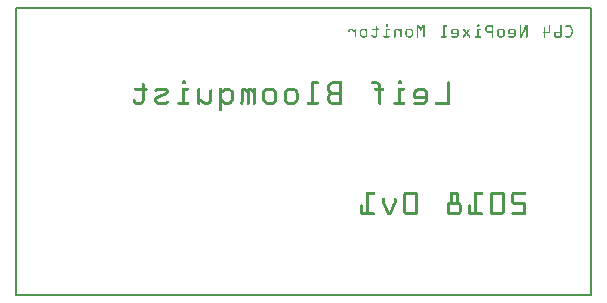
<source format=gbo>
G04 MADE WITH FRITZING*
G04 WWW.FRITZING.ORG*
G04 DOUBLE SIDED*
G04 HOLES PLATED*
G04 CONTOUR ON CENTER OF CONTOUR VECTOR*
%ASAXBY*%
%FSLAX23Y23*%
%MOIN*%
%OFA0B0*%
%SFA1.0B1.0*%
%ADD10R,1.927050X0.963024X1.911050X0.947024*%
%ADD11C,0.008000*%
%ADD12R,0.001000X0.001000*%
%LNSILK0*%
G90*
G70*
G54D11*
X4Y959D02*
X1923Y959D01*
X1923Y4D01*
X4Y4D01*
X4Y959D01*
D02*
G54D12*
X1239Y904D02*
X1243Y904D01*
X1544Y904D02*
X1548Y904D01*
X1238Y903D02*
X1244Y903D01*
X1543Y903D02*
X1549Y903D01*
X1238Y902D02*
X1245Y902D01*
X1342Y902D02*
X1347Y902D01*
X1361Y902D02*
X1367Y902D01*
X1430Y902D02*
X1438Y902D01*
X1543Y902D02*
X1550Y902D01*
X1577Y902D02*
X1595Y902D01*
X1687Y902D02*
X1687Y902D01*
X1704Y902D02*
X1710Y902D01*
X1783Y902D02*
X1783Y902D01*
X1819Y902D02*
X1822Y902D01*
X1839Y902D02*
X1849Y902D01*
X1238Y901D02*
X1245Y901D01*
X1342Y901D02*
X1348Y901D01*
X1360Y901D02*
X1367Y901D01*
X1429Y901D02*
X1440Y901D01*
X1543Y901D02*
X1550Y901D01*
X1574Y901D02*
X1596Y901D01*
X1685Y901D02*
X1688Y901D01*
X1703Y901D02*
X1710Y901D01*
X1781Y901D02*
X1784Y901D01*
X1818Y901D02*
X1824Y901D01*
X1838Y901D02*
X1853Y901D01*
X1238Y900D02*
X1245Y900D01*
X1342Y900D02*
X1349Y900D01*
X1360Y900D02*
X1367Y900D01*
X1428Y900D02*
X1440Y900D01*
X1543Y900D02*
X1550Y900D01*
X1573Y900D02*
X1596Y900D01*
X1685Y900D02*
X1689Y900D01*
X1703Y900D02*
X1710Y900D01*
X1781Y900D02*
X1785Y900D01*
X1817Y900D02*
X1824Y900D01*
X1837Y900D02*
X1854Y900D01*
X1206Y899D02*
X1208Y899D01*
X1238Y899D02*
X1245Y899D01*
X1342Y899D02*
X1349Y899D01*
X1359Y899D02*
X1367Y899D01*
X1428Y899D02*
X1440Y899D01*
X1543Y899D02*
X1550Y899D01*
X1572Y899D02*
X1596Y899D01*
X1685Y899D02*
X1689Y899D01*
X1703Y899D02*
X1710Y899D01*
X1781Y899D02*
X1785Y899D01*
X1817Y899D02*
X1824Y899D01*
X1837Y899D02*
X1855Y899D01*
X1205Y898D02*
X1209Y898D01*
X1238Y898D02*
X1244Y898D01*
X1342Y898D02*
X1350Y898D01*
X1358Y898D02*
X1367Y898D01*
X1428Y898D02*
X1440Y898D01*
X1543Y898D02*
X1549Y898D01*
X1571Y898D02*
X1596Y898D01*
X1685Y898D02*
X1689Y898D01*
X1702Y898D02*
X1710Y898D01*
X1781Y898D02*
X1785Y898D01*
X1818Y898D02*
X1824Y898D01*
X1837Y898D02*
X1856Y898D01*
X1205Y897D02*
X1209Y897D01*
X1239Y897D02*
X1243Y897D01*
X1342Y897D02*
X1351Y897D01*
X1358Y897D02*
X1367Y897D01*
X1428Y897D02*
X1439Y897D01*
X1544Y897D02*
X1548Y897D01*
X1571Y897D02*
X1596Y897D01*
X1685Y897D02*
X1689Y897D01*
X1702Y897D02*
X1710Y897D01*
X1766Y897D02*
X1768Y897D01*
X1781Y897D02*
X1785Y897D01*
X1819Y897D02*
X1824Y897D01*
X1839Y897D02*
X1856Y897D01*
X1205Y896D02*
X1209Y896D01*
X1342Y896D02*
X1352Y896D01*
X1357Y896D02*
X1367Y896D01*
X1428Y896D02*
X1433Y896D01*
X1570Y896D02*
X1576Y896D01*
X1591Y896D02*
X1596Y896D01*
X1685Y896D02*
X1689Y896D01*
X1701Y896D02*
X1710Y896D01*
X1765Y896D02*
X1769Y896D01*
X1781Y896D02*
X1785Y896D01*
X1820Y896D02*
X1824Y896D01*
X1851Y896D02*
X1857Y896D01*
X1205Y895D02*
X1209Y895D01*
X1342Y895D02*
X1352Y895D01*
X1356Y895D02*
X1367Y895D01*
X1428Y895D02*
X1433Y895D01*
X1570Y895D02*
X1575Y895D01*
X1591Y895D02*
X1596Y895D01*
X1685Y895D02*
X1689Y895D01*
X1701Y895D02*
X1710Y895D01*
X1765Y895D02*
X1769Y895D01*
X1781Y895D02*
X1785Y895D01*
X1820Y895D02*
X1824Y895D01*
X1852Y895D02*
X1857Y895D01*
X1205Y894D02*
X1209Y894D01*
X1342Y894D02*
X1353Y894D01*
X1356Y894D02*
X1367Y894D01*
X1428Y894D02*
X1433Y894D01*
X1570Y894D02*
X1575Y894D01*
X1591Y894D02*
X1596Y894D01*
X1685Y894D02*
X1689Y894D01*
X1700Y894D02*
X1710Y894D01*
X1765Y894D02*
X1769Y894D01*
X1781Y894D02*
X1785Y894D01*
X1820Y894D02*
X1824Y894D01*
X1853Y894D02*
X1858Y894D01*
X1205Y893D02*
X1209Y893D01*
X1342Y893D02*
X1346Y893D01*
X1348Y893D02*
X1360Y893D01*
X1363Y893D02*
X1367Y893D01*
X1428Y893D02*
X1433Y893D01*
X1570Y893D02*
X1575Y893D01*
X1591Y893D02*
X1596Y893D01*
X1685Y893D02*
X1689Y893D01*
X1700Y893D02*
X1710Y893D01*
X1765Y893D02*
X1769Y893D01*
X1781Y893D02*
X1785Y893D01*
X1820Y893D02*
X1824Y893D01*
X1853Y893D02*
X1858Y893D01*
X1205Y892D02*
X1209Y892D01*
X1342Y892D02*
X1346Y892D01*
X1349Y892D02*
X1360Y892D01*
X1363Y892D02*
X1367Y892D01*
X1428Y892D02*
X1433Y892D01*
X1570Y892D02*
X1575Y892D01*
X1591Y892D02*
X1596Y892D01*
X1685Y892D02*
X1689Y892D01*
X1699Y892D02*
X1710Y892D01*
X1765Y892D02*
X1769Y892D01*
X1781Y892D02*
X1785Y892D01*
X1820Y892D02*
X1824Y892D01*
X1854Y892D02*
X1859Y892D01*
X1205Y891D02*
X1210Y891D01*
X1342Y891D02*
X1346Y891D01*
X1350Y891D02*
X1359Y891D01*
X1363Y891D02*
X1367Y891D01*
X1428Y891D02*
X1433Y891D01*
X1570Y891D02*
X1575Y891D01*
X1591Y891D02*
X1596Y891D01*
X1685Y891D02*
X1689Y891D01*
X1699Y891D02*
X1704Y891D01*
X1706Y891D02*
X1710Y891D01*
X1765Y891D02*
X1769Y891D01*
X1781Y891D02*
X1785Y891D01*
X1820Y891D02*
X1824Y891D01*
X1854Y891D02*
X1859Y891D01*
X1117Y890D02*
X1127Y890D01*
X1135Y890D02*
X1137Y890D01*
X1157Y890D02*
X1170Y890D01*
X1193Y890D02*
X1214Y890D01*
X1239Y890D02*
X1249Y890D01*
X1270Y890D02*
X1279Y890D01*
X1287Y890D02*
X1290Y890D01*
X1310Y890D02*
X1322Y890D01*
X1342Y890D02*
X1346Y890D01*
X1350Y890D02*
X1358Y890D01*
X1363Y890D02*
X1367Y890D01*
X1428Y890D02*
X1433Y890D01*
X1462Y890D02*
X1475Y890D01*
X1495Y890D02*
X1498Y890D01*
X1515Y890D02*
X1518Y890D01*
X1543Y890D02*
X1554Y890D01*
X1570Y890D02*
X1575Y890D01*
X1591Y890D02*
X1596Y890D01*
X1615Y890D02*
X1627Y890D01*
X1653Y890D02*
X1665Y890D01*
X1685Y890D02*
X1689Y890D01*
X1699Y890D02*
X1703Y890D01*
X1706Y890D02*
X1710Y890D01*
X1765Y890D02*
X1769Y890D01*
X1781Y890D02*
X1785Y890D01*
X1820Y890D02*
X1824Y890D01*
X1855Y890D02*
X1860Y890D01*
X1116Y889D02*
X1128Y889D01*
X1134Y889D02*
X1138Y889D01*
X1156Y889D02*
X1172Y889D01*
X1192Y889D02*
X1214Y889D01*
X1238Y889D02*
X1250Y889D01*
X1269Y889D02*
X1281Y889D01*
X1287Y889D02*
X1291Y889D01*
X1308Y889D02*
X1324Y889D01*
X1342Y889D02*
X1346Y889D01*
X1351Y889D02*
X1358Y889D01*
X1363Y889D02*
X1367Y889D01*
X1428Y889D02*
X1433Y889D01*
X1461Y889D02*
X1476Y889D01*
X1495Y889D02*
X1499Y889D01*
X1514Y889D02*
X1519Y889D01*
X1543Y889D02*
X1555Y889D01*
X1570Y889D02*
X1575Y889D01*
X1591Y889D02*
X1596Y889D01*
X1613Y889D02*
X1629Y889D01*
X1651Y889D02*
X1667Y889D01*
X1685Y889D02*
X1689Y889D01*
X1698Y889D02*
X1703Y889D01*
X1706Y889D02*
X1710Y889D01*
X1765Y889D02*
X1769Y889D01*
X1781Y889D02*
X1785Y889D01*
X1820Y889D02*
X1824Y889D01*
X1855Y889D02*
X1860Y889D01*
X1115Y888D02*
X1129Y888D01*
X1134Y888D02*
X1138Y888D01*
X1155Y888D02*
X1173Y888D01*
X1192Y888D02*
X1214Y888D01*
X1238Y888D02*
X1250Y888D01*
X1268Y888D02*
X1283Y888D01*
X1286Y888D02*
X1291Y888D01*
X1307Y888D02*
X1325Y888D01*
X1342Y888D02*
X1346Y888D01*
X1352Y888D02*
X1357Y888D01*
X1363Y888D02*
X1367Y888D01*
X1428Y888D02*
X1433Y888D01*
X1459Y888D02*
X1478Y888D01*
X1495Y888D02*
X1500Y888D01*
X1514Y888D02*
X1519Y888D01*
X1543Y888D02*
X1555Y888D01*
X1570Y888D02*
X1575Y888D01*
X1591Y888D02*
X1596Y888D01*
X1612Y888D02*
X1630Y888D01*
X1650Y888D02*
X1668Y888D01*
X1685Y888D02*
X1689Y888D01*
X1698Y888D02*
X1703Y888D01*
X1706Y888D02*
X1710Y888D01*
X1765Y888D02*
X1769Y888D01*
X1781Y888D02*
X1785Y888D01*
X1820Y888D02*
X1824Y888D01*
X1856Y888D02*
X1861Y888D01*
X1114Y887D02*
X1131Y887D01*
X1134Y887D02*
X1138Y887D01*
X1153Y887D02*
X1174Y887D01*
X1192Y887D02*
X1214Y887D01*
X1238Y887D02*
X1250Y887D01*
X1267Y887D02*
X1284Y887D01*
X1286Y887D02*
X1291Y887D01*
X1306Y887D02*
X1326Y887D01*
X1342Y887D02*
X1346Y887D01*
X1352Y887D02*
X1356Y887D01*
X1363Y887D02*
X1367Y887D01*
X1428Y887D02*
X1433Y887D01*
X1458Y887D02*
X1479Y887D01*
X1495Y887D02*
X1501Y887D01*
X1513Y887D02*
X1518Y887D01*
X1543Y887D02*
X1555Y887D01*
X1570Y887D02*
X1575Y887D01*
X1591Y887D02*
X1596Y887D01*
X1611Y887D02*
X1631Y887D01*
X1649Y887D02*
X1669Y887D01*
X1685Y887D02*
X1689Y887D01*
X1697Y887D02*
X1702Y887D01*
X1706Y887D02*
X1710Y887D01*
X1765Y887D02*
X1769Y887D01*
X1781Y887D02*
X1785Y887D01*
X1820Y887D02*
X1824Y887D01*
X1856Y887D02*
X1861Y887D01*
X1114Y886D02*
X1132Y886D01*
X1134Y886D02*
X1138Y886D01*
X1153Y886D02*
X1175Y886D01*
X1193Y886D02*
X1213Y886D01*
X1238Y886D02*
X1249Y886D01*
X1267Y886D02*
X1291Y886D01*
X1305Y886D02*
X1327Y886D01*
X1342Y886D02*
X1346Y886D01*
X1352Y886D02*
X1356Y886D01*
X1363Y886D02*
X1367Y886D01*
X1428Y886D02*
X1433Y886D01*
X1457Y886D02*
X1480Y886D01*
X1496Y886D02*
X1502Y886D01*
X1512Y886D02*
X1518Y886D01*
X1543Y886D02*
X1554Y886D01*
X1570Y886D02*
X1575Y886D01*
X1591Y886D02*
X1596Y886D01*
X1610Y886D02*
X1632Y886D01*
X1648Y886D02*
X1670Y886D01*
X1685Y886D02*
X1689Y886D01*
X1697Y886D02*
X1702Y886D01*
X1706Y886D02*
X1710Y886D01*
X1765Y886D02*
X1769Y886D01*
X1781Y886D02*
X1785Y886D01*
X1820Y886D02*
X1824Y886D01*
X1857Y886D02*
X1861Y886D01*
X1113Y885D02*
X1118Y885D01*
X1126Y885D02*
X1138Y885D01*
X1152Y885D02*
X1158Y885D01*
X1169Y885D02*
X1175Y885D01*
X1205Y885D02*
X1209Y885D01*
X1238Y885D02*
X1242Y885D01*
X1266Y885D02*
X1271Y885D01*
X1279Y885D02*
X1291Y885D01*
X1304Y885D02*
X1311Y885D01*
X1322Y885D02*
X1328Y885D01*
X1342Y885D02*
X1346Y885D01*
X1352Y885D02*
X1356Y885D01*
X1363Y885D02*
X1367Y885D01*
X1428Y885D02*
X1433Y885D01*
X1457Y885D02*
X1463Y885D01*
X1474Y885D02*
X1480Y885D01*
X1496Y885D02*
X1502Y885D01*
X1511Y885D02*
X1517Y885D01*
X1543Y885D02*
X1547Y885D01*
X1570Y885D02*
X1575Y885D01*
X1591Y885D02*
X1596Y885D01*
X1609Y885D02*
X1616Y885D01*
X1626Y885D02*
X1633Y885D01*
X1647Y885D02*
X1654Y885D01*
X1665Y885D02*
X1671Y885D01*
X1685Y885D02*
X1689Y885D01*
X1696Y885D02*
X1701Y885D01*
X1706Y885D02*
X1710Y885D01*
X1765Y885D02*
X1769Y885D01*
X1781Y885D02*
X1785Y885D01*
X1820Y885D02*
X1824Y885D01*
X1857Y885D02*
X1862Y885D01*
X1113Y884D02*
X1118Y884D01*
X1127Y884D02*
X1138Y884D01*
X1151Y884D02*
X1157Y884D01*
X1170Y884D02*
X1176Y884D01*
X1205Y884D02*
X1209Y884D01*
X1238Y884D02*
X1242Y884D01*
X1266Y884D02*
X1271Y884D01*
X1280Y884D02*
X1291Y884D01*
X1304Y884D02*
X1309Y884D01*
X1323Y884D02*
X1328Y884D01*
X1342Y884D02*
X1346Y884D01*
X1353Y884D02*
X1355Y884D01*
X1363Y884D02*
X1367Y884D01*
X1428Y884D02*
X1433Y884D01*
X1456Y884D02*
X1462Y884D01*
X1475Y884D02*
X1481Y884D01*
X1497Y884D02*
X1503Y884D01*
X1510Y884D02*
X1516Y884D01*
X1543Y884D02*
X1547Y884D01*
X1570Y884D02*
X1575Y884D01*
X1591Y884D02*
X1596Y884D01*
X1609Y884D02*
X1614Y884D01*
X1628Y884D02*
X1633Y884D01*
X1647Y884D02*
X1652Y884D01*
X1666Y884D02*
X1671Y884D01*
X1685Y884D02*
X1689Y884D01*
X1696Y884D02*
X1701Y884D01*
X1706Y884D02*
X1710Y884D01*
X1765Y884D02*
X1769Y884D01*
X1781Y884D02*
X1785Y884D01*
X1820Y884D02*
X1824Y884D01*
X1858Y884D02*
X1862Y884D01*
X1113Y883D02*
X1117Y883D01*
X1128Y883D02*
X1138Y883D01*
X1151Y883D02*
X1156Y883D01*
X1171Y883D02*
X1176Y883D01*
X1205Y883D02*
X1209Y883D01*
X1238Y883D02*
X1242Y883D01*
X1266Y883D02*
X1270Y883D01*
X1282Y883D02*
X1291Y883D01*
X1304Y883D02*
X1308Y883D01*
X1324Y883D02*
X1329Y883D01*
X1342Y883D02*
X1346Y883D01*
X1363Y883D02*
X1367Y883D01*
X1428Y883D02*
X1433Y883D01*
X1456Y883D02*
X1461Y883D01*
X1476Y883D02*
X1481Y883D01*
X1498Y883D02*
X1504Y883D01*
X1509Y883D02*
X1515Y883D01*
X1543Y883D02*
X1547Y883D01*
X1570Y883D02*
X1575Y883D01*
X1591Y883D02*
X1596Y883D01*
X1609Y883D02*
X1613Y883D01*
X1629Y883D02*
X1633Y883D01*
X1647Y883D02*
X1651Y883D01*
X1667Y883D02*
X1672Y883D01*
X1685Y883D02*
X1689Y883D01*
X1696Y883D02*
X1700Y883D01*
X1706Y883D02*
X1710Y883D01*
X1765Y883D02*
X1769Y883D01*
X1781Y883D02*
X1785Y883D01*
X1820Y883D02*
X1824Y883D01*
X1858Y883D02*
X1862Y883D01*
X1113Y882D02*
X1117Y882D01*
X1129Y882D02*
X1138Y882D01*
X1151Y882D02*
X1156Y882D01*
X1172Y882D02*
X1176Y882D01*
X1205Y882D02*
X1209Y882D01*
X1238Y882D02*
X1242Y882D01*
X1266Y882D02*
X1270Y882D01*
X1283Y882D02*
X1291Y882D01*
X1304Y882D02*
X1308Y882D01*
X1324Y882D02*
X1329Y882D01*
X1342Y882D02*
X1346Y882D01*
X1363Y882D02*
X1367Y882D01*
X1428Y882D02*
X1433Y882D01*
X1456Y882D02*
X1460Y882D01*
X1477Y882D02*
X1481Y882D01*
X1499Y882D02*
X1505Y882D01*
X1509Y882D02*
X1514Y882D01*
X1543Y882D02*
X1547Y882D01*
X1571Y882D02*
X1577Y882D01*
X1591Y882D02*
X1596Y882D01*
X1608Y882D02*
X1613Y882D01*
X1629Y882D02*
X1634Y882D01*
X1647Y882D02*
X1651Y882D01*
X1667Y882D02*
X1672Y882D01*
X1685Y882D02*
X1689Y882D01*
X1695Y882D02*
X1700Y882D01*
X1706Y882D02*
X1710Y882D01*
X1765Y882D02*
X1769Y882D01*
X1781Y882D02*
X1785Y882D01*
X1820Y882D02*
X1824Y882D01*
X1858Y882D02*
X1862Y882D01*
X1113Y881D02*
X1117Y881D01*
X1130Y881D02*
X1138Y881D01*
X1151Y881D02*
X1155Y881D01*
X1172Y881D02*
X1176Y881D01*
X1205Y881D02*
X1209Y881D01*
X1238Y881D02*
X1242Y881D01*
X1266Y881D02*
X1270Y881D01*
X1285Y881D02*
X1291Y881D01*
X1303Y881D02*
X1308Y881D01*
X1324Y881D02*
X1329Y881D01*
X1342Y881D02*
X1346Y881D01*
X1363Y881D02*
X1367Y881D01*
X1428Y881D02*
X1433Y881D01*
X1456Y881D02*
X1460Y881D01*
X1477Y881D02*
X1481Y881D01*
X1500Y881D02*
X1506Y881D01*
X1508Y881D02*
X1514Y881D01*
X1543Y881D02*
X1547Y881D01*
X1571Y881D02*
X1596Y881D01*
X1608Y881D02*
X1613Y881D01*
X1629Y881D02*
X1634Y881D01*
X1646Y881D02*
X1651Y881D01*
X1667Y881D02*
X1672Y881D01*
X1685Y881D02*
X1689Y881D01*
X1695Y881D02*
X1700Y881D01*
X1706Y881D02*
X1710Y881D01*
X1765Y881D02*
X1769Y881D01*
X1781Y881D02*
X1785Y881D01*
X1820Y881D02*
X1824Y881D01*
X1858Y881D02*
X1862Y881D01*
X1113Y880D02*
X1117Y880D01*
X1132Y880D02*
X1138Y880D01*
X1151Y880D02*
X1155Y880D01*
X1172Y880D02*
X1176Y880D01*
X1205Y880D02*
X1209Y880D01*
X1238Y880D02*
X1242Y880D01*
X1266Y880D02*
X1270Y880D01*
X1286Y880D02*
X1291Y880D01*
X1303Y880D02*
X1308Y880D01*
X1324Y880D02*
X1329Y880D01*
X1342Y880D02*
X1346Y880D01*
X1363Y880D02*
X1367Y880D01*
X1428Y880D02*
X1433Y880D01*
X1456Y880D02*
X1460Y880D01*
X1477Y880D02*
X1481Y880D01*
X1501Y880D02*
X1513Y880D01*
X1543Y880D02*
X1547Y880D01*
X1572Y880D02*
X1596Y880D01*
X1608Y880D02*
X1613Y880D01*
X1629Y880D02*
X1634Y880D01*
X1646Y880D02*
X1651Y880D01*
X1667Y880D02*
X1672Y880D01*
X1685Y880D02*
X1689Y880D01*
X1694Y880D02*
X1699Y880D01*
X1706Y880D02*
X1710Y880D01*
X1765Y880D02*
X1769Y880D01*
X1780Y880D02*
X1785Y880D01*
X1820Y880D02*
X1824Y880D01*
X1858Y880D02*
X1862Y880D01*
X1115Y879D02*
X1115Y879D01*
X1133Y879D02*
X1138Y879D01*
X1151Y879D02*
X1155Y879D01*
X1172Y879D02*
X1176Y879D01*
X1205Y879D02*
X1209Y879D01*
X1238Y879D02*
X1242Y879D01*
X1266Y879D02*
X1270Y879D01*
X1286Y879D02*
X1291Y879D01*
X1303Y879D02*
X1308Y879D01*
X1324Y879D02*
X1329Y879D01*
X1342Y879D02*
X1346Y879D01*
X1363Y879D02*
X1367Y879D01*
X1428Y879D02*
X1433Y879D01*
X1456Y879D02*
X1460Y879D01*
X1477Y879D02*
X1481Y879D01*
X1501Y879D02*
X1512Y879D01*
X1543Y879D02*
X1547Y879D01*
X1573Y879D02*
X1596Y879D01*
X1608Y879D02*
X1613Y879D01*
X1629Y879D02*
X1634Y879D01*
X1646Y879D02*
X1651Y879D01*
X1667Y879D02*
X1672Y879D01*
X1685Y879D02*
X1689Y879D01*
X1694Y879D02*
X1699Y879D01*
X1706Y879D02*
X1710Y879D01*
X1763Y879D02*
X1785Y879D01*
X1800Y879D02*
X1824Y879D01*
X1858Y879D02*
X1862Y879D01*
X1134Y878D02*
X1138Y878D01*
X1151Y878D02*
X1155Y878D01*
X1172Y878D02*
X1176Y878D01*
X1205Y878D02*
X1209Y878D01*
X1238Y878D02*
X1242Y878D01*
X1266Y878D02*
X1270Y878D01*
X1286Y878D02*
X1291Y878D01*
X1303Y878D02*
X1308Y878D01*
X1324Y878D02*
X1329Y878D01*
X1342Y878D02*
X1346Y878D01*
X1363Y878D02*
X1367Y878D01*
X1428Y878D02*
X1433Y878D01*
X1456Y878D02*
X1460Y878D01*
X1477Y878D02*
X1481Y878D01*
X1502Y878D02*
X1511Y878D01*
X1543Y878D02*
X1547Y878D01*
X1574Y878D02*
X1596Y878D01*
X1608Y878D02*
X1613Y878D01*
X1629Y878D02*
X1634Y878D01*
X1646Y878D02*
X1651Y878D01*
X1667Y878D02*
X1672Y878D01*
X1685Y878D02*
X1689Y878D01*
X1693Y878D02*
X1698Y878D01*
X1706Y878D02*
X1710Y878D01*
X1762Y878D02*
X1785Y878D01*
X1799Y878D02*
X1824Y878D01*
X1857Y878D02*
X1862Y878D01*
X1134Y877D02*
X1138Y877D01*
X1151Y877D02*
X1155Y877D01*
X1172Y877D02*
X1176Y877D01*
X1205Y877D02*
X1209Y877D01*
X1238Y877D02*
X1242Y877D01*
X1266Y877D02*
X1270Y877D01*
X1286Y877D02*
X1291Y877D01*
X1303Y877D02*
X1308Y877D01*
X1324Y877D02*
X1329Y877D01*
X1342Y877D02*
X1346Y877D01*
X1363Y877D02*
X1367Y877D01*
X1428Y877D02*
X1433Y877D01*
X1456Y877D02*
X1481Y877D01*
X1503Y877D02*
X1510Y877D01*
X1543Y877D02*
X1547Y877D01*
X1576Y877D02*
X1596Y877D01*
X1608Y877D02*
X1613Y877D01*
X1629Y877D02*
X1634Y877D01*
X1646Y877D02*
X1672Y877D01*
X1685Y877D02*
X1689Y877D01*
X1693Y877D02*
X1698Y877D01*
X1706Y877D02*
X1710Y877D01*
X1762Y877D02*
X1785Y877D01*
X1799Y877D02*
X1824Y877D01*
X1857Y877D02*
X1861Y877D01*
X1134Y876D02*
X1138Y876D01*
X1151Y876D02*
X1155Y876D01*
X1172Y876D02*
X1176Y876D01*
X1205Y876D02*
X1209Y876D01*
X1238Y876D02*
X1242Y876D01*
X1266Y876D02*
X1270Y876D01*
X1286Y876D02*
X1291Y876D01*
X1303Y876D02*
X1308Y876D01*
X1324Y876D02*
X1329Y876D01*
X1342Y876D02*
X1346Y876D01*
X1363Y876D02*
X1367Y876D01*
X1428Y876D02*
X1433Y876D01*
X1456Y876D02*
X1481Y876D01*
X1503Y876D02*
X1510Y876D01*
X1543Y876D02*
X1547Y876D01*
X1591Y876D02*
X1596Y876D01*
X1608Y876D02*
X1613Y876D01*
X1629Y876D02*
X1634Y876D01*
X1646Y876D02*
X1672Y876D01*
X1685Y876D02*
X1689Y876D01*
X1692Y876D02*
X1697Y876D01*
X1706Y876D02*
X1710Y876D01*
X1762Y876D02*
X1785Y876D01*
X1799Y876D02*
X1824Y876D01*
X1856Y876D02*
X1861Y876D01*
X1134Y875D02*
X1138Y875D01*
X1151Y875D02*
X1155Y875D01*
X1172Y875D02*
X1176Y875D01*
X1205Y875D02*
X1209Y875D01*
X1238Y875D02*
X1242Y875D01*
X1266Y875D02*
X1270Y875D01*
X1286Y875D02*
X1291Y875D01*
X1303Y875D02*
X1308Y875D01*
X1324Y875D02*
X1329Y875D01*
X1342Y875D02*
X1346Y875D01*
X1363Y875D02*
X1367Y875D01*
X1428Y875D02*
X1433Y875D01*
X1456Y875D02*
X1481Y875D01*
X1503Y875D02*
X1511Y875D01*
X1543Y875D02*
X1547Y875D01*
X1591Y875D02*
X1596Y875D01*
X1608Y875D02*
X1613Y875D01*
X1629Y875D02*
X1634Y875D01*
X1646Y875D02*
X1672Y875D01*
X1685Y875D02*
X1689Y875D01*
X1692Y875D02*
X1697Y875D01*
X1706Y875D02*
X1710Y875D01*
X1763Y875D02*
X1785Y875D01*
X1799Y875D02*
X1824Y875D01*
X1856Y875D02*
X1861Y875D01*
X1134Y874D02*
X1138Y874D01*
X1151Y874D02*
X1155Y874D01*
X1172Y874D02*
X1176Y874D01*
X1205Y874D02*
X1209Y874D01*
X1238Y874D02*
X1242Y874D01*
X1266Y874D02*
X1270Y874D01*
X1286Y874D02*
X1291Y874D01*
X1303Y874D02*
X1308Y874D01*
X1324Y874D02*
X1329Y874D01*
X1342Y874D02*
X1346Y874D01*
X1363Y874D02*
X1367Y874D01*
X1428Y874D02*
X1433Y874D01*
X1456Y874D02*
X1481Y874D01*
X1502Y874D02*
X1512Y874D01*
X1543Y874D02*
X1547Y874D01*
X1591Y874D02*
X1596Y874D01*
X1608Y874D02*
X1613Y874D01*
X1629Y874D02*
X1634Y874D01*
X1647Y874D02*
X1672Y874D01*
X1685Y874D02*
X1689Y874D01*
X1692Y874D02*
X1696Y874D01*
X1706Y874D02*
X1710Y874D01*
X1765Y874D02*
X1769Y874D01*
X1799Y874D02*
X1803Y874D01*
X1820Y874D02*
X1824Y874D01*
X1855Y874D02*
X1860Y874D01*
X1134Y873D02*
X1138Y873D01*
X1151Y873D02*
X1155Y873D01*
X1172Y873D02*
X1176Y873D01*
X1205Y873D02*
X1209Y873D01*
X1238Y873D02*
X1242Y873D01*
X1266Y873D02*
X1270Y873D01*
X1286Y873D02*
X1291Y873D01*
X1303Y873D02*
X1308Y873D01*
X1324Y873D02*
X1329Y873D01*
X1342Y873D02*
X1346Y873D01*
X1363Y873D02*
X1367Y873D01*
X1428Y873D02*
X1433Y873D01*
X1457Y873D02*
X1481Y873D01*
X1501Y873D02*
X1512Y873D01*
X1543Y873D02*
X1547Y873D01*
X1591Y873D02*
X1596Y873D01*
X1608Y873D02*
X1613Y873D01*
X1629Y873D02*
X1634Y873D01*
X1647Y873D02*
X1672Y873D01*
X1685Y873D02*
X1689Y873D01*
X1691Y873D02*
X1696Y873D01*
X1706Y873D02*
X1710Y873D01*
X1765Y873D02*
X1769Y873D01*
X1799Y873D02*
X1803Y873D01*
X1820Y873D02*
X1824Y873D01*
X1855Y873D02*
X1860Y873D01*
X1134Y872D02*
X1138Y872D01*
X1151Y872D02*
X1155Y872D01*
X1172Y872D02*
X1176Y872D01*
X1205Y872D02*
X1209Y872D01*
X1238Y872D02*
X1242Y872D01*
X1266Y872D02*
X1270Y872D01*
X1286Y872D02*
X1291Y872D01*
X1303Y872D02*
X1308Y872D01*
X1324Y872D02*
X1329Y872D01*
X1342Y872D02*
X1346Y872D01*
X1363Y872D02*
X1367Y872D01*
X1428Y872D02*
X1433Y872D01*
X1476Y872D02*
X1481Y872D01*
X1500Y872D02*
X1513Y872D01*
X1543Y872D02*
X1547Y872D01*
X1591Y872D02*
X1596Y872D01*
X1608Y872D02*
X1613Y872D01*
X1629Y872D02*
X1634Y872D01*
X1667Y872D02*
X1672Y872D01*
X1685Y872D02*
X1689Y872D01*
X1691Y872D02*
X1696Y872D01*
X1706Y872D02*
X1710Y872D01*
X1765Y872D02*
X1769Y872D01*
X1799Y872D02*
X1803Y872D01*
X1820Y872D02*
X1824Y872D01*
X1854Y872D02*
X1859Y872D01*
X1134Y871D02*
X1138Y871D01*
X1151Y871D02*
X1155Y871D01*
X1172Y871D02*
X1176Y871D01*
X1205Y871D02*
X1209Y871D01*
X1238Y871D02*
X1242Y871D01*
X1266Y871D02*
X1270Y871D01*
X1286Y871D02*
X1291Y871D01*
X1303Y871D02*
X1308Y871D01*
X1324Y871D02*
X1329Y871D01*
X1342Y871D02*
X1346Y871D01*
X1363Y871D02*
X1367Y871D01*
X1428Y871D02*
X1433Y871D01*
X1477Y871D02*
X1481Y871D01*
X1499Y871D02*
X1505Y871D01*
X1508Y871D02*
X1514Y871D01*
X1543Y871D02*
X1547Y871D01*
X1591Y871D02*
X1596Y871D01*
X1608Y871D02*
X1613Y871D01*
X1629Y871D02*
X1634Y871D01*
X1667Y871D02*
X1672Y871D01*
X1685Y871D02*
X1695Y871D01*
X1706Y871D02*
X1710Y871D01*
X1765Y871D02*
X1769Y871D01*
X1799Y871D02*
X1803Y871D01*
X1820Y871D02*
X1824Y871D01*
X1854Y871D02*
X1859Y871D01*
X1134Y870D02*
X1138Y870D01*
X1151Y870D02*
X1155Y870D01*
X1172Y870D02*
X1176Y870D01*
X1190Y870D02*
X1192Y870D01*
X1205Y870D02*
X1209Y870D01*
X1238Y870D02*
X1242Y870D01*
X1266Y870D02*
X1270Y870D01*
X1286Y870D02*
X1291Y870D01*
X1303Y870D02*
X1308Y870D01*
X1324Y870D02*
X1329Y870D01*
X1342Y870D02*
X1346Y870D01*
X1363Y870D02*
X1367Y870D01*
X1428Y870D02*
X1433Y870D01*
X1477Y870D02*
X1481Y870D01*
X1499Y870D02*
X1505Y870D01*
X1509Y870D02*
X1515Y870D01*
X1543Y870D02*
X1547Y870D01*
X1591Y870D02*
X1596Y870D01*
X1608Y870D02*
X1613Y870D01*
X1629Y870D02*
X1634Y870D01*
X1667Y870D02*
X1672Y870D01*
X1685Y870D02*
X1695Y870D01*
X1706Y870D02*
X1710Y870D01*
X1765Y870D02*
X1769Y870D01*
X1799Y870D02*
X1803Y870D01*
X1820Y870D02*
X1824Y870D01*
X1853Y870D02*
X1858Y870D01*
X1134Y869D02*
X1138Y869D01*
X1151Y869D02*
X1156Y869D01*
X1172Y869D02*
X1176Y869D01*
X1189Y869D02*
X1193Y869D01*
X1205Y869D02*
X1209Y869D01*
X1238Y869D02*
X1242Y869D01*
X1266Y869D02*
X1270Y869D01*
X1286Y869D02*
X1291Y869D01*
X1304Y869D02*
X1308Y869D01*
X1324Y869D02*
X1329Y869D01*
X1342Y869D02*
X1346Y869D01*
X1363Y869D02*
X1367Y869D01*
X1428Y869D02*
X1433Y869D01*
X1476Y869D02*
X1481Y869D01*
X1498Y869D02*
X1504Y869D01*
X1510Y869D02*
X1516Y869D01*
X1543Y869D02*
X1547Y869D01*
X1591Y869D02*
X1596Y869D01*
X1608Y869D02*
X1613Y869D01*
X1629Y869D02*
X1634Y869D01*
X1667Y869D02*
X1672Y869D01*
X1685Y869D02*
X1694Y869D01*
X1706Y869D02*
X1710Y869D01*
X1765Y869D02*
X1769Y869D01*
X1799Y869D02*
X1803Y869D01*
X1820Y869D02*
X1824Y869D01*
X1853Y869D02*
X1858Y869D01*
X1134Y868D02*
X1138Y868D01*
X1151Y868D02*
X1157Y868D01*
X1171Y868D02*
X1176Y868D01*
X1189Y868D02*
X1194Y868D01*
X1205Y868D02*
X1209Y868D01*
X1238Y868D02*
X1242Y868D01*
X1266Y868D02*
X1270Y868D01*
X1286Y868D02*
X1291Y868D01*
X1304Y868D02*
X1309Y868D01*
X1323Y868D02*
X1328Y868D01*
X1342Y868D02*
X1346Y868D01*
X1363Y868D02*
X1367Y868D01*
X1428Y868D02*
X1433Y868D01*
X1476Y868D02*
X1481Y868D01*
X1497Y868D02*
X1503Y868D01*
X1510Y868D02*
X1517Y868D01*
X1543Y868D02*
X1547Y868D01*
X1591Y868D02*
X1596Y868D01*
X1609Y868D02*
X1614Y868D01*
X1628Y868D02*
X1633Y868D01*
X1666Y868D02*
X1671Y868D01*
X1685Y868D02*
X1694Y868D01*
X1706Y868D02*
X1710Y868D01*
X1765Y868D02*
X1769Y868D01*
X1799Y868D02*
X1803Y868D01*
X1820Y868D02*
X1824Y868D01*
X1852Y868D02*
X1857Y868D01*
X1134Y867D02*
X1138Y867D01*
X1152Y867D02*
X1158Y867D01*
X1169Y867D02*
X1176Y867D01*
X1189Y867D02*
X1194Y867D01*
X1204Y867D02*
X1209Y867D01*
X1238Y867D02*
X1242Y867D01*
X1265Y867D02*
X1270Y867D01*
X1286Y867D02*
X1291Y867D01*
X1304Y867D02*
X1310Y867D01*
X1322Y867D02*
X1328Y867D01*
X1342Y867D02*
X1346Y867D01*
X1363Y867D02*
X1367Y867D01*
X1428Y867D02*
X1433Y867D01*
X1474Y867D02*
X1481Y867D01*
X1496Y867D02*
X1502Y867D01*
X1511Y867D02*
X1517Y867D01*
X1543Y867D02*
X1547Y867D01*
X1591Y867D02*
X1596Y867D01*
X1609Y867D02*
X1615Y867D01*
X1627Y867D02*
X1633Y867D01*
X1665Y867D02*
X1671Y867D01*
X1685Y867D02*
X1693Y867D01*
X1706Y867D02*
X1710Y867D01*
X1765Y867D02*
X1769Y867D01*
X1799Y867D02*
X1803Y867D01*
X1820Y867D02*
X1824Y867D01*
X1851Y867D02*
X1857Y867D01*
X1134Y866D02*
X1138Y866D01*
X1152Y866D02*
X1175Y866D01*
X1190Y866D02*
X1209Y866D01*
X1232Y866D02*
X1248Y866D01*
X1265Y866D02*
X1270Y866D01*
X1286Y866D02*
X1291Y866D01*
X1305Y866D02*
X1327Y866D01*
X1342Y866D02*
X1346Y866D01*
X1363Y866D02*
X1367Y866D01*
X1422Y866D02*
X1439Y866D01*
X1458Y866D02*
X1480Y866D01*
X1495Y866D02*
X1501Y866D01*
X1512Y866D02*
X1518Y866D01*
X1537Y866D02*
X1553Y866D01*
X1591Y866D02*
X1596Y866D01*
X1610Y866D02*
X1632Y866D01*
X1648Y866D02*
X1671Y866D01*
X1685Y866D02*
X1693Y866D01*
X1706Y866D02*
X1710Y866D01*
X1765Y866D02*
X1769Y866D01*
X1799Y866D02*
X1824Y866D01*
X1839Y866D02*
X1856Y866D01*
X1134Y865D02*
X1138Y865D01*
X1153Y865D02*
X1174Y865D01*
X1190Y865D02*
X1208Y865D01*
X1230Y865D02*
X1249Y865D01*
X1265Y865D02*
X1270Y865D01*
X1286Y865D02*
X1291Y865D01*
X1306Y865D02*
X1327Y865D01*
X1342Y865D02*
X1346Y865D01*
X1363Y865D02*
X1367Y865D01*
X1421Y865D02*
X1440Y865D01*
X1456Y865D02*
X1479Y865D01*
X1494Y865D02*
X1500Y865D01*
X1513Y865D02*
X1519Y865D01*
X1535Y865D02*
X1554Y865D01*
X1591Y865D02*
X1596Y865D01*
X1611Y865D02*
X1632Y865D01*
X1647Y865D02*
X1670Y865D01*
X1685Y865D02*
X1692Y865D01*
X1706Y865D02*
X1710Y865D01*
X1765Y865D02*
X1769Y865D01*
X1799Y865D02*
X1824Y865D01*
X1838Y865D02*
X1856Y865D01*
X1134Y864D02*
X1138Y864D01*
X1154Y864D02*
X1173Y864D01*
X1191Y864D02*
X1208Y864D01*
X1230Y864D02*
X1250Y864D01*
X1265Y864D02*
X1270Y864D01*
X1286Y864D02*
X1291Y864D01*
X1307Y864D02*
X1326Y864D01*
X1342Y864D02*
X1346Y864D01*
X1363Y864D02*
X1367Y864D01*
X1421Y864D02*
X1440Y864D01*
X1456Y864D02*
X1478Y864D01*
X1494Y864D02*
X1500Y864D01*
X1514Y864D02*
X1519Y864D01*
X1535Y864D02*
X1555Y864D01*
X1591Y864D02*
X1596Y864D01*
X1612Y864D02*
X1631Y864D01*
X1647Y864D02*
X1669Y864D01*
X1685Y864D02*
X1692Y864D01*
X1706Y864D02*
X1710Y864D01*
X1765Y864D02*
X1769Y864D01*
X1799Y864D02*
X1824Y864D01*
X1837Y864D02*
X1855Y864D01*
X1134Y863D02*
X1138Y863D01*
X1155Y863D02*
X1172Y863D01*
X1192Y863D02*
X1207Y863D01*
X1230Y863D02*
X1250Y863D01*
X1265Y863D02*
X1270Y863D01*
X1286Y863D02*
X1291Y863D01*
X1308Y863D02*
X1324Y863D01*
X1342Y863D02*
X1346Y863D01*
X1363Y863D02*
X1367Y863D01*
X1421Y863D02*
X1440Y863D01*
X1456Y863D02*
X1477Y863D01*
X1494Y863D02*
X1499Y863D01*
X1515Y863D02*
X1519Y863D01*
X1535Y863D02*
X1555Y863D01*
X1591Y863D02*
X1595Y863D01*
X1613Y863D02*
X1629Y863D01*
X1647Y863D02*
X1668Y863D01*
X1685Y863D02*
X1692Y863D01*
X1706Y863D02*
X1710Y863D01*
X1765Y863D02*
X1769Y863D01*
X1799Y863D02*
X1824Y863D01*
X1837Y863D02*
X1854Y863D01*
X1134Y862D02*
X1138Y862D01*
X1157Y862D02*
X1171Y862D01*
X1193Y862D02*
X1205Y862D01*
X1230Y862D02*
X1249Y862D01*
X1266Y862D02*
X1269Y862D01*
X1287Y862D02*
X1290Y862D01*
X1309Y862D02*
X1323Y862D01*
X1342Y862D02*
X1345Y862D01*
X1363Y862D02*
X1366Y862D01*
X1421Y862D02*
X1440Y862D01*
X1456Y862D02*
X1476Y862D01*
X1495Y862D02*
X1498Y862D01*
X1515Y862D02*
X1519Y862D01*
X1535Y862D02*
X1554Y862D01*
X1592Y862D02*
X1595Y862D01*
X1614Y862D02*
X1628Y862D01*
X1647Y862D02*
X1666Y862D01*
X1685Y862D02*
X1691Y862D01*
X1706Y862D02*
X1709Y862D01*
X1765Y862D02*
X1769Y862D01*
X1799Y862D02*
X1824Y862D01*
X1838Y862D02*
X1853Y862D01*
X1136Y861D02*
X1136Y861D01*
X1159Y861D02*
X1168Y861D01*
X1195Y861D02*
X1203Y861D01*
X1232Y861D02*
X1248Y861D01*
X1267Y861D02*
X1268Y861D01*
X1288Y861D02*
X1289Y861D01*
X1312Y861D02*
X1320Y861D01*
X1343Y861D02*
X1344Y861D01*
X1364Y861D02*
X1365Y861D01*
X1422Y861D02*
X1439Y861D01*
X1458Y861D02*
X1473Y861D01*
X1496Y861D02*
X1497Y861D01*
X1517Y861D02*
X1518Y861D01*
X1537Y861D02*
X1553Y861D01*
X1593Y861D02*
X1594Y861D01*
X1617Y861D02*
X1625Y861D01*
X1648Y861D02*
X1664Y861D01*
X1685Y861D02*
X1691Y861D01*
X1707Y861D02*
X1708Y861D01*
X1767Y861D02*
X1767Y861D01*
X1801Y861D02*
X1822Y861D01*
X1839Y861D02*
X1850Y861D01*
X561Y718D02*
X569Y718D01*
X1281Y718D02*
X1289Y718D01*
X559Y717D02*
X571Y717D01*
X1279Y717D02*
X1291Y717D01*
X559Y716D02*
X571Y716D01*
X1279Y716D02*
X1291Y716D01*
X558Y715D02*
X572Y715D01*
X1278Y715D02*
X1292Y715D01*
X558Y714D02*
X572Y714D01*
X993Y714D02*
X1011Y714D01*
X1058Y714D02*
X1091Y714D01*
X1192Y714D02*
X1209Y714D01*
X1278Y714D02*
X1292Y714D01*
X1445Y714D02*
X1448Y714D01*
X558Y713D02*
X572Y713D01*
X992Y713D02*
X1012Y713D01*
X1055Y713D02*
X1091Y713D01*
X1190Y713D02*
X1212Y713D01*
X1278Y713D02*
X1292Y713D01*
X1443Y713D02*
X1449Y713D01*
X558Y712D02*
X572Y712D01*
X991Y712D02*
X1013Y712D01*
X1053Y712D02*
X1091Y712D01*
X1189Y712D02*
X1214Y712D01*
X1278Y712D02*
X1292Y712D01*
X1443Y712D02*
X1450Y712D01*
X558Y711D02*
X572Y711D01*
X990Y711D02*
X1014Y711D01*
X1051Y711D02*
X1091Y711D01*
X1189Y711D02*
X1215Y711D01*
X1278Y711D02*
X1292Y711D01*
X1442Y711D02*
X1450Y711D01*
X428Y710D02*
X429Y710D01*
X558Y710D02*
X572Y710D01*
X990Y710D02*
X1014Y710D01*
X1050Y710D02*
X1091Y710D01*
X1189Y710D02*
X1216Y710D01*
X1278Y710D02*
X1292Y710D01*
X1442Y710D02*
X1451Y710D01*
X426Y709D02*
X431Y709D01*
X558Y709D02*
X572Y709D01*
X990Y709D02*
X1014Y709D01*
X1049Y709D02*
X1091Y709D01*
X1189Y709D02*
X1217Y709D01*
X1278Y709D02*
X1292Y709D01*
X1442Y709D02*
X1451Y709D01*
X425Y708D02*
X432Y708D01*
X558Y708D02*
X572Y708D01*
X990Y708D02*
X1014Y708D01*
X1048Y708D02*
X1091Y708D01*
X1189Y708D02*
X1218Y708D01*
X1278Y708D02*
X1292Y708D01*
X1442Y708D02*
X1451Y708D01*
X424Y707D02*
X432Y707D01*
X559Y707D02*
X571Y707D01*
X990Y707D02*
X1013Y707D01*
X1047Y707D02*
X1091Y707D01*
X1189Y707D02*
X1219Y707D01*
X1279Y707D02*
X1291Y707D01*
X1442Y707D02*
X1451Y707D01*
X424Y706D02*
X433Y706D01*
X559Y706D02*
X571Y706D01*
X990Y706D02*
X1012Y706D01*
X1046Y706D02*
X1091Y706D01*
X1190Y706D02*
X1220Y706D01*
X1279Y706D02*
X1291Y706D01*
X1442Y706D02*
X1451Y706D01*
X424Y705D02*
X433Y705D01*
X561Y705D02*
X569Y705D01*
X990Y705D02*
X1011Y705D01*
X1045Y705D02*
X1091Y705D01*
X1191Y705D02*
X1220Y705D01*
X1281Y705D02*
X1289Y705D01*
X1442Y705D02*
X1451Y705D01*
X424Y704D02*
X433Y704D01*
X990Y704D02*
X999Y704D01*
X1045Y704D02*
X1059Y704D01*
X1082Y704D02*
X1091Y704D01*
X1208Y704D02*
X1221Y704D01*
X1442Y704D02*
X1451Y704D01*
X424Y703D02*
X433Y703D01*
X990Y703D02*
X999Y703D01*
X1044Y703D02*
X1056Y703D01*
X1082Y703D02*
X1091Y703D01*
X1210Y703D02*
X1221Y703D01*
X1442Y703D02*
X1451Y703D01*
X424Y702D02*
X433Y702D01*
X990Y702D02*
X999Y702D01*
X1044Y702D02*
X1055Y702D01*
X1082Y702D02*
X1091Y702D01*
X1211Y702D02*
X1222Y702D01*
X1442Y702D02*
X1451Y702D01*
X424Y701D02*
X433Y701D01*
X990Y701D02*
X999Y701D01*
X1043Y701D02*
X1054Y701D01*
X1082Y701D02*
X1091Y701D01*
X1212Y701D02*
X1222Y701D01*
X1442Y701D02*
X1451Y701D01*
X424Y700D02*
X433Y700D01*
X990Y700D02*
X999Y700D01*
X1043Y700D02*
X1053Y700D01*
X1082Y700D02*
X1091Y700D01*
X1213Y700D02*
X1222Y700D01*
X1442Y700D02*
X1451Y700D01*
X424Y699D02*
X433Y699D01*
X990Y699D02*
X999Y699D01*
X1043Y699D02*
X1052Y699D01*
X1082Y699D02*
X1091Y699D01*
X1213Y699D02*
X1222Y699D01*
X1442Y699D02*
X1451Y699D01*
X424Y698D02*
X433Y698D01*
X990Y698D02*
X999Y698D01*
X1042Y698D02*
X1052Y698D01*
X1082Y698D02*
X1091Y698D01*
X1213Y698D02*
X1222Y698D01*
X1442Y698D02*
X1451Y698D01*
X424Y697D02*
X433Y697D01*
X990Y697D02*
X999Y697D01*
X1042Y697D02*
X1051Y697D01*
X1082Y697D02*
X1091Y697D01*
X1213Y697D02*
X1222Y697D01*
X1442Y697D02*
X1451Y697D01*
X424Y696D02*
X433Y696D01*
X990Y696D02*
X999Y696D01*
X1042Y696D02*
X1051Y696D01*
X1082Y696D02*
X1091Y696D01*
X1213Y696D02*
X1222Y696D01*
X1442Y696D02*
X1451Y696D01*
X424Y695D02*
X433Y695D01*
X990Y695D02*
X999Y695D01*
X1042Y695D02*
X1051Y695D01*
X1082Y695D02*
X1091Y695D01*
X1213Y695D02*
X1222Y695D01*
X1442Y695D02*
X1451Y695D01*
X424Y694D02*
X433Y694D01*
X990Y694D02*
X999Y694D01*
X1042Y694D02*
X1051Y694D01*
X1082Y694D02*
X1091Y694D01*
X1213Y694D02*
X1222Y694D01*
X1442Y694D02*
X1451Y694D01*
X403Y693D02*
X439Y693D01*
X478Y693D02*
X503Y693D01*
X562Y693D02*
X578Y693D01*
X614Y693D02*
X615Y693D01*
X686Y693D02*
X687Y693D01*
X704Y693D02*
X715Y693D01*
X784Y693D02*
X787Y693D01*
X798Y693D02*
X800Y693D01*
X842Y693D02*
X859Y693D01*
X914Y693D02*
X931Y693D01*
X990Y693D02*
X999Y693D01*
X1042Y693D02*
X1051Y693D01*
X1082Y693D02*
X1091Y693D01*
X1202Y693D02*
X1228Y693D01*
X1282Y693D02*
X1298Y693D01*
X1346Y693D02*
X1363Y693D01*
X1442Y693D02*
X1451Y693D01*
X401Y692D02*
X441Y692D01*
X474Y692D02*
X506Y692D01*
X560Y692D02*
X580Y692D01*
X612Y692D02*
X617Y692D01*
X684Y692D02*
X689Y692D01*
X700Y692D02*
X718Y692D01*
X762Y692D02*
X770Y692D01*
X781Y692D02*
X790Y692D01*
X796Y692D02*
X802Y692D01*
X839Y692D02*
X862Y692D01*
X911Y692D02*
X934Y692D01*
X990Y692D02*
X999Y692D01*
X1042Y692D02*
X1051Y692D01*
X1082Y692D02*
X1091Y692D01*
X1200Y692D02*
X1230Y692D01*
X1280Y692D02*
X1300Y692D01*
X1343Y692D02*
X1366Y692D01*
X1442Y692D02*
X1451Y692D01*
X400Y691D02*
X442Y691D01*
X473Y691D02*
X508Y691D01*
X559Y691D02*
X581Y691D01*
X611Y691D02*
X618Y691D01*
X658Y691D02*
X658Y691D01*
X683Y691D02*
X690Y691D01*
X698Y691D02*
X719Y691D01*
X760Y691D02*
X772Y691D01*
X779Y691D02*
X792Y691D01*
X795Y691D02*
X803Y691D01*
X837Y691D02*
X864Y691D01*
X909Y691D02*
X936Y691D01*
X990Y691D02*
X999Y691D01*
X1042Y691D02*
X1051Y691D01*
X1082Y691D02*
X1091Y691D01*
X1199Y691D02*
X1231Y691D01*
X1279Y691D02*
X1301Y691D01*
X1341Y691D02*
X1368Y691D01*
X1442Y691D02*
X1451Y691D01*
X399Y690D02*
X442Y690D01*
X471Y690D02*
X509Y690D01*
X558Y690D02*
X581Y690D01*
X610Y690D02*
X619Y690D01*
X657Y690D02*
X658Y690D01*
X682Y690D02*
X691Y690D01*
X696Y690D02*
X719Y690D01*
X759Y690D02*
X774Y690D01*
X778Y690D02*
X793Y690D01*
X795Y690D02*
X803Y690D01*
X835Y690D02*
X865Y690D01*
X907Y690D02*
X937Y690D01*
X990Y690D02*
X999Y690D01*
X1042Y690D02*
X1051Y690D01*
X1082Y690D02*
X1091Y690D01*
X1199Y690D02*
X1232Y690D01*
X1278Y690D02*
X1301Y690D01*
X1339Y690D02*
X1369Y690D01*
X1442Y690D02*
X1451Y690D01*
X399Y689D02*
X443Y689D01*
X470Y689D02*
X510Y689D01*
X558Y689D02*
X582Y689D01*
X610Y689D02*
X619Y689D01*
X656Y689D02*
X659Y689D01*
X682Y689D02*
X691Y689D01*
X695Y689D02*
X720Y689D01*
X758Y689D02*
X775Y689D01*
X777Y689D02*
X803Y689D01*
X834Y689D02*
X867Y689D01*
X906Y689D02*
X939Y689D01*
X990Y689D02*
X999Y689D01*
X1042Y689D02*
X1051Y689D01*
X1082Y689D02*
X1091Y689D01*
X1199Y689D02*
X1232Y689D01*
X1278Y689D02*
X1302Y689D01*
X1338Y689D02*
X1371Y689D01*
X1442Y689D02*
X1451Y689D01*
X399Y688D02*
X443Y688D01*
X469Y688D02*
X511Y688D01*
X558Y688D02*
X582Y688D01*
X610Y688D02*
X619Y688D01*
X655Y688D02*
X659Y688D01*
X682Y688D02*
X691Y688D01*
X694Y688D02*
X721Y688D01*
X757Y688D02*
X804Y688D01*
X833Y688D02*
X868Y688D01*
X905Y688D02*
X940Y688D01*
X990Y688D02*
X999Y688D01*
X1042Y688D02*
X1051Y688D01*
X1082Y688D02*
X1091Y688D01*
X1199Y688D02*
X1232Y688D01*
X1278Y688D02*
X1302Y688D01*
X1337Y688D02*
X1372Y688D01*
X1442Y688D02*
X1451Y688D01*
X399Y687D02*
X443Y687D01*
X468Y687D02*
X512Y687D01*
X558Y687D02*
X582Y687D01*
X610Y687D02*
X619Y687D01*
X654Y687D02*
X659Y687D01*
X682Y687D02*
X691Y687D01*
X693Y687D02*
X723Y687D01*
X756Y687D02*
X804Y687D01*
X832Y687D02*
X869Y687D01*
X904Y687D02*
X941Y687D01*
X990Y687D02*
X999Y687D01*
X1042Y687D02*
X1052Y687D01*
X1082Y687D02*
X1091Y687D01*
X1199Y687D02*
X1232Y687D01*
X1278Y687D02*
X1302Y687D01*
X1336Y687D02*
X1373Y687D01*
X1442Y687D02*
X1451Y687D01*
X400Y686D02*
X442Y686D01*
X468Y686D02*
X512Y686D01*
X558Y686D02*
X581Y686D01*
X610Y686D02*
X619Y686D01*
X653Y686D02*
X659Y686D01*
X682Y686D02*
X724Y686D01*
X756Y686D02*
X804Y686D01*
X831Y686D02*
X870Y686D01*
X903Y686D02*
X942Y686D01*
X990Y686D02*
X999Y686D01*
X1042Y686D02*
X1052Y686D01*
X1082Y686D02*
X1091Y686D01*
X1199Y686D02*
X1232Y686D01*
X1278Y686D02*
X1301Y686D01*
X1335Y686D02*
X1374Y686D01*
X1442Y686D02*
X1451Y686D01*
X400Y685D02*
X442Y685D01*
X467Y685D02*
X513Y685D01*
X558Y685D02*
X581Y685D01*
X610Y685D02*
X619Y685D01*
X651Y685D02*
X659Y685D01*
X682Y685D02*
X726Y685D01*
X755Y685D02*
X804Y685D01*
X830Y685D02*
X871Y685D01*
X902Y685D02*
X943Y685D01*
X990Y685D02*
X999Y685D01*
X1043Y685D02*
X1053Y685D01*
X1082Y685D02*
X1091Y685D01*
X1200Y685D02*
X1231Y685D01*
X1278Y685D02*
X1301Y685D01*
X1334Y685D02*
X1375Y685D01*
X1442Y685D02*
X1451Y685D01*
X401Y684D02*
X440Y684D01*
X467Y684D02*
X513Y684D01*
X558Y684D02*
X579Y684D01*
X610Y684D02*
X619Y684D01*
X650Y684D02*
X659Y684D01*
X682Y684D02*
X728Y684D01*
X755Y684D02*
X804Y684D01*
X829Y684D02*
X872Y684D01*
X901Y684D02*
X944Y684D01*
X990Y684D02*
X999Y684D01*
X1043Y684D02*
X1054Y684D01*
X1082Y684D02*
X1091Y684D01*
X1201Y684D02*
X1230Y684D01*
X1278Y684D02*
X1299Y684D01*
X1333Y684D02*
X1376Y684D01*
X1442Y684D02*
X1451Y684D01*
X423Y683D02*
X433Y683D01*
X467Y683D02*
X479Y683D01*
X502Y683D02*
X513Y683D01*
X558Y683D02*
X567Y683D01*
X610Y683D02*
X619Y683D01*
X650Y683D02*
X659Y683D01*
X682Y683D02*
X704Y683D01*
X714Y683D02*
X729Y683D01*
X755Y683D02*
X765Y683D01*
X767Y683D02*
X784Y683D01*
X787Y683D02*
X804Y683D01*
X828Y683D02*
X843Y683D01*
X858Y683D02*
X872Y683D01*
X900Y683D02*
X915Y683D01*
X930Y683D02*
X944Y683D01*
X990Y683D02*
X999Y683D01*
X1043Y683D02*
X1055Y683D01*
X1082Y683D02*
X1091Y683D01*
X1213Y683D02*
X1223Y683D01*
X1278Y683D02*
X1287Y683D01*
X1332Y683D02*
X1347Y683D01*
X1362Y683D02*
X1376Y683D01*
X1442Y683D02*
X1451Y683D01*
X424Y682D02*
X433Y682D01*
X467Y682D02*
X477Y682D01*
X504Y682D02*
X513Y682D01*
X558Y682D02*
X567Y682D01*
X610Y682D02*
X619Y682D01*
X650Y682D02*
X659Y682D01*
X682Y682D02*
X702Y682D01*
X716Y682D02*
X729Y682D01*
X755Y682D02*
X764Y682D01*
X768Y682D02*
X783Y682D01*
X788Y682D02*
X804Y682D01*
X828Y682D02*
X840Y682D01*
X860Y682D02*
X873Y682D01*
X900Y682D02*
X912Y682D01*
X932Y682D02*
X945Y682D01*
X990Y682D02*
X999Y682D01*
X1044Y682D02*
X1056Y682D01*
X1082Y682D02*
X1091Y682D01*
X1213Y682D02*
X1222Y682D01*
X1278Y682D02*
X1287Y682D01*
X1332Y682D02*
X1344Y682D01*
X1364Y682D02*
X1377Y682D01*
X1442Y682D02*
X1451Y682D01*
X424Y681D02*
X433Y681D01*
X468Y681D02*
X475Y681D01*
X504Y681D02*
X514Y681D01*
X558Y681D02*
X567Y681D01*
X610Y681D02*
X619Y681D01*
X650Y681D02*
X659Y681D01*
X682Y681D02*
X700Y681D01*
X718Y681D02*
X730Y681D01*
X755Y681D02*
X764Y681D01*
X770Y681D02*
X783Y681D01*
X789Y681D02*
X804Y681D01*
X827Y681D02*
X839Y681D01*
X862Y681D02*
X873Y681D01*
X899Y681D02*
X911Y681D01*
X934Y681D02*
X945Y681D01*
X990Y681D02*
X999Y681D01*
X1044Y681D02*
X1058Y681D01*
X1082Y681D02*
X1091Y681D01*
X1213Y681D02*
X1222Y681D01*
X1278Y681D02*
X1287Y681D01*
X1331Y681D02*
X1343Y681D01*
X1366Y681D02*
X1377Y681D01*
X1442Y681D02*
X1451Y681D01*
X424Y680D02*
X433Y680D01*
X469Y680D02*
X474Y680D01*
X505Y680D02*
X514Y680D01*
X558Y680D02*
X567Y680D01*
X610Y680D02*
X619Y680D01*
X649Y680D02*
X659Y680D01*
X682Y680D02*
X699Y680D01*
X719Y680D02*
X730Y680D01*
X755Y680D02*
X764Y680D01*
X771Y680D02*
X783Y680D01*
X791Y680D02*
X804Y680D01*
X827Y680D02*
X838Y680D01*
X863Y680D02*
X874Y680D01*
X899Y680D02*
X910Y680D01*
X935Y680D02*
X946Y680D01*
X990Y680D02*
X999Y680D01*
X1045Y680D02*
X1091Y680D01*
X1213Y680D02*
X1222Y680D01*
X1278Y680D02*
X1287Y680D01*
X1331Y680D02*
X1342Y680D01*
X1367Y680D02*
X1378Y680D01*
X1442Y680D02*
X1451Y680D01*
X424Y679D02*
X433Y679D01*
X471Y679D02*
X472Y679D01*
X504Y679D02*
X513Y679D01*
X558Y679D02*
X567Y679D01*
X610Y679D02*
X619Y679D01*
X649Y679D02*
X658Y679D01*
X682Y679D02*
X698Y679D01*
X720Y679D02*
X730Y679D01*
X755Y679D02*
X764Y679D01*
X772Y679D02*
X783Y679D01*
X792Y679D02*
X804Y679D01*
X826Y679D02*
X837Y679D01*
X864Y679D02*
X874Y679D01*
X898Y679D02*
X909Y679D01*
X936Y679D02*
X946Y679D01*
X990Y679D02*
X999Y679D01*
X1046Y679D02*
X1091Y679D01*
X1213Y679D02*
X1222Y679D01*
X1278Y679D02*
X1287Y679D01*
X1330Y679D02*
X1341Y679D01*
X1368Y679D02*
X1378Y679D01*
X1442Y679D02*
X1451Y679D01*
X424Y678D02*
X433Y678D01*
X503Y678D02*
X513Y678D01*
X558Y678D02*
X567Y678D01*
X610Y678D02*
X619Y678D01*
X649Y678D02*
X658Y678D01*
X682Y678D02*
X697Y678D01*
X721Y678D02*
X731Y678D01*
X755Y678D02*
X764Y678D01*
X773Y678D02*
X783Y678D01*
X793Y678D02*
X804Y678D01*
X826Y678D02*
X836Y678D01*
X865Y678D02*
X874Y678D01*
X898Y678D02*
X908Y678D01*
X937Y678D02*
X946Y678D01*
X990Y678D02*
X999Y678D01*
X1047Y678D02*
X1091Y678D01*
X1213Y678D02*
X1222Y678D01*
X1278Y678D02*
X1287Y678D01*
X1330Y678D02*
X1340Y678D01*
X1369Y678D02*
X1378Y678D01*
X1442Y678D02*
X1451Y678D01*
X424Y677D02*
X433Y677D01*
X501Y677D02*
X513Y677D01*
X558Y677D02*
X567Y677D01*
X610Y677D02*
X619Y677D01*
X649Y677D02*
X658Y677D01*
X682Y677D02*
X696Y677D01*
X721Y677D02*
X731Y677D01*
X755Y677D02*
X764Y677D01*
X774Y677D02*
X783Y677D01*
X794Y677D02*
X804Y677D01*
X826Y677D02*
X835Y677D01*
X865Y677D02*
X875Y677D01*
X898Y677D02*
X907Y677D01*
X937Y677D02*
X947Y677D01*
X990Y677D02*
X999Y677D01*
X1047Y677D02*
X1091Y677D01*
X1213Y677D02*
X1222Y677D01*
X1278Y677D02*
X1287Y677D01*
X1330Y677D02*
X1339Y677D01*
X1369Y677D02*
X1379Y677D01*
X1442Y677D02*
X1451Y677D01*
X424Y676D02*
X433Y676D01*
X499Y676D02*
X513Y676D01*
X558Y676D02*
X567Y676D01*
X610Y676D02*
X619Y676D01*
X649Y676D02*
X658Y676D01*
X682Y676D02*
X695Y676D01*
X722Y676D02*
X731Y676D01*
X755Y676D02*
X764Y676D01*
X774Y676D02*
X783Y676D01*
X794Y676D02*
X804Y676D01*
X826Y676D02*
X835Y676D01*
X866Y676D02*
X875Y676D01*
X898Y676D02*
X907Y676D01*
X938Y676D02*
X947Y676D01*
X990Y676D02*
X999Y676D01*
X1048Y676D02*
X1091Y676D01*
X1213Y676D02*
X1222Y676D01*
X1278Y676D02*
X1287Y676D01*
X1330Y676D02*
X1339Y676D01*
X1370Y676D02*
X1379Y676D01*
X1442Y676D02*
X1451Y676D01*
X424Y675D02*
X433Y675D01*
X496Y675D02*
X512Y675D01*
X558Y675D02*
X567Y675D01*
X610Y675D02*
X619Y675D01*
X649Y675D02*
X658Y675D01*
X682Y675D02*
X693Y675D01*
X722Y675D02*
X731Y675D01*
X755Y675D02*
X764Y675D01*
X774Y675D02*
X783Y675D01*
X794Y675D02*
X804Y675D01*
X826Y675D02*
X835Y675D01*
X866Y675D02*
X875Y675D01*
X898Y675D02*
X907Y675D01*
X938Y675D02*
X947Y675D01*
X990Y675D02*
X999Y675D01*
X1049Y675D02*
X1091Y675D01*
X1213Y675D02*
X1222Y675D01*
X1278Y675D02*
X1287Y675D01*
X1330Y675D02*
X1339Y675D01*
X1370Y675D02*
X1379Y675D01*
X1442Y675D02*
X1451Y675D01*
X424Y674D02*
X433Y674D01*
X494Y674D02*
X512Y674D01*
X558Y674D02*
X567Y674D01*
X610Y674D02*
X619Y674D01*
X649Y674D02*
X658Y674D01*
X682Y674D02*
X692Y674D01*
X722Y674D02*
X731Y674D01*
X754Y674D02*
X764Y674D01*
X774Y674D02*
X783Y674D01*
X794Y674D02*
X804Y674D01*
X826Y674D02*
X835Y674D01*
X866Y674D02*
X875Y674D01*
X898Y674D02*
X907Y674D01*
X938Y674D02*
X947Y674D01*
X990Y674D02*
X999Y674D01*
X1048Y674D02*
X1091Y674D01*
X1213Y674D02*
X1222Y674D01*
X1278Y674D02*
X1287Y674D01*
X1330Y674D02*
X1339Y674D01*
X1370Y674D02*
X1379Y674D01*
X1442Y674D02*
X1451Y674D01*
X424Y673D02*
X433Y673D01*
X492Y673D02*
X511Y673D01*
X558Y673D02*
X567Y673D01*
X610Y673D02*
X619Y673D01*
X649Y673D02*
X658Y673D01*
X682Y673D02*
X692Y673D01*
X722Y673D02*
X731Y673D01*
X754Y673D02*
X763Y673D01*
X774Y673D02*
X783Y673D01*
X794Y673D02*
X804Y673D01*
X826Y673D02*
X835Y673D01*
X866Y673D02*
X875Y673D01*
X898Y673D02*
X907Y673D01*
X938Y673D02*
X947Y673D01*
X990Y673D02*
X999Y673D01*
X1047Y673D02*
X1091Y673D01*
X1213Y673D02*
X1222Y673D01*
X1278Y673D02*
X1287Y673D01*
X1330Y673D02*
X1339Y673D01*
X1370Y673D02*
X1379Y673D01*
X1442Y673D02*
X1451Y673D01*
X424Y672D02*
X433Y672D01*
X489Y672D02*
X510Y672D01*
X558Y672D02*
X567Y672D01*
X610Y672D02*
X619Y672D01*
X649Y672D02*
X658Y672D01*
X682Y672D02*
X691Y672D01*
X722Y672D02*
X731Y672D01*
X754Y672D02*
X763Y672D01*
X774Y672D02*
X783Y672D01*
X794Y672D02*
X804Y672D01*
X826Y672D02*
X835Y672D01*
X866Y672D02*
X875Y672D01*
X898Y672D02*
X907Y672D01*
X938Y672D02*
X947Y672D01*
X990Y672D02*
X999Y672D01*
X1046Y672D02*
X1091Y672D01*
X1213Y672D02*
X1222Y672D01*
X1278Y672D02*
X1287Y672D01*
X1330Y672D02*
X1339Y672D01*
X1370Y672D02*
X1379Y672D01*
X1442Y672D02*
X1451Y672D01*
X424Y671D02*
X433Y671D01*
X487Y671D02*
X509Y671D01*
X558Y671D02*
X567Y671D01*
X610Y671D02*
X619Y671D01*
X649Y671D02*
X658Y671D01*
X682Y671D02*
X691Y671D01*
X722Y671D02*
X731Y671D01*
X754Y671D02*
X763Y671D01*
X774Y671D02*
X783Y671D01*
X794Y671D02*
X804Y671D01*
X826Y671D02*
X835Y671D01*
X866Y671D02*
X875Y671D01*
X898Y671D02*
X907Y671D01*
X938Y671D02*
X947Y671D01*
X990Y671D02*
X999Y671D01*
X1045Y671D02*
X1091Y671D01*
X1213Y671D02*
X1222Y671D01*
X1278Y671D02*
X1287Y671D01*
X1330Y671D02*
X1339Y671D01*
X1370Y671D02*
X1379Y671D01*
X1442Y671D02*
X1451Y671D01*
X424Y670D02*
X433Y670D01*
X485Y670D02*
X508Y670D01*
X558Y670D02*
X567Y670D01*
X610Y670D02*
X619Y670D01*
X649Y670D02*
X658Y670D01*
X682Y670D02*
X691Y670D01*
X722Y670D02*
X731Y670D01*
X754Y670D02*
X763Y670D01*
X774Y670D02*
X783Y670D01*
X794Y670D02*
X804Y670D01*
X826Y670D02*
X835Y670D01*
X866Y670D02*
X875Y670D01*
X898Y670D02*
X907Y670D01*
X938Y670D02*
X947Y670D01*
X990Y670D02*
X999Y670D01*
X1045Y670D02*
X1058Y670D01*
X1082Y670D02*
X1091Y670D01*
X1213Y670D02*
X1222Y670D01*
X1278Y670D02*
X1287Y670D01*
X1330Y670D02*
X1339Y670D01*
X1370Y670D02*
X1379Y670D01*
X1442Y670D02*
X1451Y670D01*
X424Y669D02*
X433Y669D01*
X483Y669D02*
X507Y669D01*
X558Y669D02*
X567Y669D01*
X610Y669D02*
X619Y669D01*
X649Y669D02*
X658Y669D01*
X682Y669D02*
X691Y669D01*
X722Y669D02*
X731Y669D01*
X754Y669D02*
X763Y669D01*
X774Y669D02*
X783Y669D01*
X794Y669D02*
X804Y669D01*
X826Y669D02*
X835Y669D01*
X866Y669D02*
X875Y669D01*
X898Y669D02*
X907Y669D01*
X938Y669D02*
X947Y669D01*
X990Y669D02*
X999Y669D01*
X1044Y669D02*
X1056Y669D01*
X1082Y669D02*
X1091Y669D01*
X1213Y669D02*
X1222Y669D01*
X1278Y669D02*
X1287Y669D01*
X1330Y669D02*
X1339Y669D01*
X1370Y669D02*
X1379Y669D01*
X1442Y669D02*
X1451Y669D01*
X424Y668D02*
X433Y668D01*
X480Y668D02*
X505Y668D01*
X558Y668D02*
X567Y668D01*
X610Y668D02*
X619Y668D01*
X649Y668D02*
X658Y668D01*
X682Y668D02*
X691Y668D01*
X722Y668D02*
X731Y668D01*
X754Y668D02*
X763Y668D01*
X774Y668D02*
X783Y668D01*
X794Y668D02*
X804Y668D01*
X826Y668D02*
X835Y668D01*
X866Y668D02*
X875Y668D01*
X898Y668D02*
X907Y668D01*
X938Y668D02*
X947Y668D01*
X990Y668D02*
X999Y668D01*
X1044Y668D02*
X1055Y668D01*
X1082Y668D02*
X1091Y668D01*
X1213Y668D02*
X1222Y668D01*
X1278Y668D02*
X1287Y668D01*
X1330Y668D02*
X1339Y668D01*
X1370Y668D02*
X1379Y668D01*
X1442Y668D02*
X1451Y668D01*
X424Y667D02*
X433Y667D01*
X478Y667D02*
X502Y667D01*
X558Y667D02*
X567Y667D01*
X610Y667D02*
X619Y667D01*
X649Y667D02*
X658Y667D01*
X682Y667D02*
X691Y667D01*
X722Y667D02*
X731Y667D01*
X754Y667D02*
X763Y667D01*
X774Y667D02*
X783Y667D01*
X794Y667D02*
X804Y667D01*
X826Y667D02*
X835Y667D01*
X866Y667D02*
X875Y667D01*
X898Y667D02*
X907Y667D01*
X938Y667D02*
X947Y667D01*
X990Y667D02*
X999Y667D01*
X1043Y667D02*
X1054Y667D01*
X1082Y667D02*
X1091Y667D01*
X1213Y667D02*
X1222Y667D01*
X1278Y667D02*
X1287Y667D01*
X1330Y667D02*
X1379Y667D01*
X1442Y667D02*
X1451Y667D01*
X424Y666D02*
X433Y666D01*
X476Y666D02*
X500Y666D01*
X558Y666D02*
X567Y666D01*
X610Y666D02*
X619Y666D01*
X649Y666D02*
X658Y666D01*
X682Y666D02*
X691Y666D01*
X722Y666D02*
X731Y666D01*
X754Y666D02*
X763Y666D01*
X774Y666D02*
X783Y666D01*
X794Y666D02*
X804Y666D01*
X826Y666D02*
X835Y666D01*
X866Y666D02*
X875Y666D01*
X898Y666D02*
X907Y666D01*
X938Y666D02*
X947Y666D01*
X990Y666D02*
X999Y666D01*
X1043Y666D02*
X1053Y666D01*
X1082Y666D02*
X1091Y666D01*
X1213Y666D02*
X1222Y666D01*
X1278Y666D02*
X1287Y666D01*
X1330Y666D02*
X1379Y666D01*
X1442Y666D02*
X1451Y666D01*
X424Y665D02*
X433Y665D01*
X474Y665D02*
X498Y665D01*
X558Y665D02*
X567Y665D01*
X610Y665D02*
X619Y665D01*
X649Y665D02*
X658Y665D01*
X682Y665D02*
X691Y665D01*
X722Y665D02*
X731Y665D01*
X754Y665D02*
X763Y665D01*
X774Y665D02*
X783Y665D01*
X794Y665D02*
X804Y665D01*
X826Y665D02*
X835Y665D01*
X866Y665D02*
X875Y665D01*
X898Y665D02*
X907Y665D01*
X938Y665D02*
X947Y665D01*
X990Y665D02*
X999Y665D01*
X1043Y665D02*
X1052Y665D01*
X1082Y665D02*
X1091Y665D01*
X1213Y665D02*
X1222Y665D01*
X1278Y665D02*
X1287Y665D01*
X1330Y665D02*
X1379Y665D01*
X1442Y665D02*
X1451Y665D01*
X424Y664D02*
X433Y664D01*
X472Y664D02*
X495Y664D01*
X558Y664D02*
X567Y664D01*
X610Y664D02*
X619Y664D01*
X649Y664D02*
X658Y664D01*
X682Y664D02*
X691Y664D01*
X722Y664D02*
X731Y664D01*
X754Y664D02*
X763Y664D01*
X774Y664D02*
X783Y664D01*
X794Y664D02*
X804Y664D01*
X826Y664D02*
X835Y664D01*
X866Y664D02*
X875Y664D01*
X898Y664D02*
X907Y664D01*
X938Y664D02*
X947Y664D01*
X990Y664D02*
X999Y664D01*
X1042Y664D02*
X1052Y664D01*
X1082Y664D02*
X1091Y664D01*
X1213Y664D02*
X1222Y664D01*
X1278Y664D02*
X1287Y664D01*
X1330Y664D02*
X1379Y664D01*
X1442Y664D02*
X1451Y664D01*
X424Y663D02*
X433Y663D01*
X471Y663D02*
X493Y663D01*
X558Y663D02*
X567Y663D01*
X610Y663D02*
X619Y663D01*
X649Y663D02*
X658Y663D01*
X682Y663D02*
X691Y663D01*
X722Y663D02*
X731Y663D01*
X754Y663D02*
X763Y663D01*
X774Y663D02*
X783Y663D01*
X794Y663D02*
X804Y663D01*
X826Y663D02*
X835Y663D01*
X866Y663D02*
X875Y663D01*
X898Y663D02*
X907Y663D01*
X938Y663D02*
X947Y663D01*
X990Y663D02*
X999Y663D01*
X1042Y663D02*
X1051Y663D01*
X1082Y663D02*
X1091Y663D01*
X1213Y663D02*
X1222Y663D01*
X1278Y663D02*
X1287Y663D01*
X1330Y663D02*
X1379Y663D01*
X1442Y663D02*
X1451Y663D01*
X424Y662D02*
X433Y662D01*
X470Y662D02*
X491Y662D01*
X558Y662D02*
X567Y662D01*
X610Y662D02*
X619Y662D01*
X649Y662D02*
X658Y662D01*
X682Y662D02*
X691Y662D01*
X722Y662D02*
X731Y662D01*
X754Y662D02*
X763Y662D01*
X774Y662D02*
X783Y662D01*
X794Y662D02*
X804Y662D01*
X826Y662D02*
X835Y662D01*
X866Y662D02*
X875Y662D01*
X898Y662D02*
X907Y662D01*
X938Y662D02*
X947Y662D01*
X990Y662D02*
X999Y662D01*
X1042Y662D02*
X1051Y662D01*
X1082Y662D02*
X1091Y662D01*
X1213Y662D02*
X1222Y662D01*
X1278Y662D02*
X1287Y662D01*
X1330Y662D02*
X1379Y662D01*
X1442Y662D02*
X1451Y662D01*
X424Y661D02*
X433Y661D01*
X469Y661D02*
X488Y661D01*
X558Y661D02*
X567Y661D01*
X610Y661D02*
X619Y661D01*
X649Y661D02*
X658Y661D01*
X682Y661D02*
X691Y661D01*
X722Y661D02*
X731Y661D01*
X754Y661D02*
X763Y661D01*
X774Y661D02*
X783Y661D01*
X794Y661D02*
X804Y661D01*
X826Y661D02*
X835Y661D01*
X866Y661D02*
X875Y661D01*
X898Y661D02*
X907Y661D01*
X938Y661D02*
X947Y661D01*
X990Y661D02*
X999Y661D01*
X1042Y661D02*
X1051Y661D01*
X1082Y661D02*
X1091Y661D01*
X1213Y661D02*
X1222Y661D01*
X1278Y661D02*
X1287Y661D01*
X1330Y661D02*
X1379Y661D01*
X1442Y661D02*
X1451Y661D01*
X424Y660D02*
X433Y660D01*
X469Y660D02*
X486Y660D01*
X558Y660D02*
X567Y660D01*
X610Y660D02*
X619Y660D01*
X649Y660D02*
X658Y660D01*
X682Y660D02*
X691Y660D01*
X722Y660D02*
X731Y660D01*
X754Y660D02*
X763Y660D01*
X774Y660D02*
X783Y660D01*
X794Y660D02*
X804Y660D01*
X826Y660D02*
X835Y660D01*
X866Y660D02*
X875Y660D01*
X898Y660D02*
X907Y660D01*
X938Y660D02*
X947Y660D01*
X990Y660D02*
X999Y660D01*
X1042Y660D02*
X1051Y660D01*
X1082Y660D02*
X1091Y660D01*
X1213Y660D02*
X1222Y660D01*
X1278Y660D02*
X1287Y660D01*
X1331Y660D02*
X1379Y660D01*
X1442Y660D02*
X1451Y660D01*
X424Y659D02*
X433Y659D01*
X468Y659D02*
X484Y659D01*
X558Y659D02*
X567Y659D01*
X610Y659D02*
X619Y659D01*
X649Y659D02*
X658Y659D01*
X682Y659D02*
X691Y659D01*
X722Y659D02*
X731Y659D01*
X754Y659D02*
X763Y659D01*
X774Y659D02*
X783Y659D01*
X794Y659D02*
X804Y659D01*
X826Y659D02*
X835Y659D01*
X866Y659D02*
X875Y659D01*
X898Y659D02*
X907Y659D01*
X938Y659D02*
X947Y659D01*
X990Y659D02*
X999Y659D01*
X1042Y659D02*
X1051Y659D01*
X1082Y659D02*
X1091Y659D01*
X1213Y659D02*
X1222Y659D01*
X1278Y659D02*
X1287Y659D01*
X1332Y659D02*
X1379Y659D01*
X1442Y659D02*
X1451Y659D01*
X424Y658D02*
X433Y658D01*
X467Y658D02*
X481Y658D01*
X558Y658D02*
X567Y658D01*
X610Y658D02*
X619Y658D01*
X649Y658D02*
X658Y658D01*
X682Y658D02*
X691Y658D01*
X722Y658D02*
X731Y658D01*
X754Y658D02*
X763Y658D01*
X774Y658D02*
X783Y658D01*
X794Y658D02*
X804Y658D01*
X826Y658D02*
X835Y658D01*
X866Y658D02*
X875Y658D01*
X898Y658D02*
X907Y658D01*
X938Y658D02*
X947Y658D01*
X990Y658D02*
X999Y658D01*
X1042Y658D02*
X1051Y658D01*
X1082Y658D02*
X1091Y658D01*
X1213Y658D02*
X1222Y658D01*
X1278Y658D02*
X1287Y658D01*
X1333Y658D02*
X1379Y658D01*
X1442Y658D02*
X1451Y658D01*
X424Y657D02*
X433Y657D01*
X467Y657D02*
X479Y657D01*
X558Y657D02*
X567Y657D01*
X610Y657D02*
X619Y657D01*
X649Y657D02*
X658Y657D01*
X682Y657D02*
X691Y657D01*
X722Y657D02*
X731Y657D01*
X754Y657D02*
X763Y657D01*
X774Y657D02*
X783Y657D01*
X794Y657D02*
X804Y657D01*
X826Y657D02*
X835Y657D01*
X866Y657D02*
X875Y657D01*
X898Y657D02*
X907Y657D01*
X938Y657D02*
X947Y657D01*
X990Y657D02*
X999Y657D01*
X1042Y657D02*
X1051Y657D01*
X1082Y657D02*
X1091Y657D01*
X1213Y657D02*
X1222Y657D01*
X1278Y657D02*
X1287Y657D01*
X1370Y657D02*
X1379Y657D01*
X1442Y657D02*
X1451Y657D01*
X424Y656D02*
X433Y656D01*
X467Y656D02*
X477Y656D01*
X558Y656D02*
X567Y656D01*
X610Y656D02*
X621Y656D01*
X649Y656D02*
X658Y656D01*
X682Y656D02*
X692Y656D01*
X722Y656D02*
X731Y656D01*
X754Y656D02*
X763Y656D01*
X774Y656D02*
X783Y656D01*
X794Y656D02*
X804Y656D01*
X826Y656D02*
X835Y656D01*
X866Y656D02*
X875Y656D01*
X898Y656D02*
X907Y656D01*
X938Y656D02*
X947Y656D01*
X990Y656D02*
X999Y656D01*
X1042Y656D02*
X1051Y656D01*
X1082Y656D02*
X1091Y656D01*
X1213Y656D02*
X1222Y656D01*
X1278Y656D02*
X1287Y656D01*
X1370Y656D02*
X1379Y656D01*
X1442Y656D02*
X1451Y656D01*
X424Y655D02*
X433Y655D01*
X466Y655D02*
X476Y655D01*
X558Y655D02*
X567Y655D01*
X610Y655D02*
X622Y655D01*
X649Y655D02*
X658Y655D01*
X682Y655D02*
X693Y655D01*
X722Y655D02*
X731Y655D01*
X754Y655D02*
X763Y655D01*
X774Y655D02*
X783Y655D01*
X794Y655D02*
X804Y655D01*
X826Y655D02*
X835Y655D01*
X866Y655D02*
X875Y655D01*
X898Y655D02*
X907Y655D01*
X938Y655D02*
X947Y655D01*
X990Y655D02*
X999Y655D01*
X1042Y655D02*
X1051Y655D01*
X1082Y655D02*
X1091Y655D01*
X1213Y655D02*
X1222Y655D01*
X1278Y655D02*
X1287Y655D01*
X1370Y655D02*
X1379Y655D01*
X1442Y655D02*
X1451Y655D01*
X396Y654D02*
X401Y654D01*
X424Y654D02*
X433Y654D01*
X466Y654D02*
X476Y654D01*
X558Y654D02*
X567Y654D01*
X610Y654D02*
X624Y654D01*
X649Y654D02*
X658Y654D01*
X682Y654D02*
X694Y654D01*
X722Y654D02*
X731Y654D01*
X754Y654D02*
X763Y654D01*
X774Y654D02*
X783Y654D01*
X794Y654D02*
X804Y654D01*
X826Y654D02*
X835Y654D01*
X866Y654D02*
X875Y654D01*
X898Y654D02*
X907Y654D01*
X938Y654D02*
X947Y654D01*
X990Y654D02*
X999Y654D01*
X1042Y654D02*
X1051Y654D01*
X1082Y654D02*
X1091Y654D01*
X1213Y654D02*
X1222Y654D01*
X1278Y654D02*
X1287Y654D01*
X1370Y654D02*
X1379Y654D01*
X1442Y654D02*
X1451Y654D01*
X395Y653D02*
X402Y653D01*
X424Y653D02*
X433Y653D01*
X466Y653D02*
X475Y653D01*
X558Y653D02*
X567Y653D01*
X610Y653D02*
X625Y653D01*
X649Y653D02*
X658Y653D01*
X682Y653D02*
X695Y653D01*
X721Y653D02*
X731Y653D01*
X754Y653D02*
X763Y653D01*
X774Y653D02*
X783Y653D01*
X794Y653D02*
X804Y653D01*
X826Y653D02*
X835Y653D01*
X865Y653D02*
X875Y653D01*
X898Y653D02*
X907Y653D01*
X937Y653D02*
X947Y653D01*
X990Y653D02*
X999Y653D01*
X1042Y653D02*
X1052Y653D01*
X1082Y653D02*
X1091Y653D01*
X1213Y653D02*
X1222Y653D01*
X1278Y653D02*
X1287Y653D01*
X1369Y653D02*
X1379Y653D01*
X1442Y653D02*
X1451Y653D01*
X394Y652D02*
X402Y652D01*
X424Y652D02*
X433Y652D01*
X466Y652D02*
X475Y652D01*
X558Y652D02*
X567Y652D01*
X610Y652D02*
X627Y652D01*
X648Y652D02*
X658Y652D01*
X682Y652D02*
X696Y652D01*
X721Y652D02*
X731Y652D01*
X754Y652D02*
X763Y652D01*
X774Y652D02*
X783Y652D01*
X794Y652D02*
X804Y652D01*
X826Y652D02*
X836Y652D01*
X865Y652D02*
X875Y652D01*
X898Y652D02*
X908Y652D01*
X937Y652D02*
X947Y652D01*
X990Y652D02*
X999Y652D01*
X1043Y652D02*
X1052Y652D01*
X1082Y652D02*
X1091Y652D01*
X1213Y652D02*
X1222Y652D01*
X1278Y652D02*
X1287Y652D01*
X1369Y652D02*
X1379Y652D01*
X1442Y652D02*
X1451Y652D01*
X394Y651D02*
X403Y651D01*
X424Y651D02*
X433Y651D01*
X466Y651D02*
X476Y651D01*
X558Y651D02*
X567Y651D01*
X610Y651D02*
X628Y651D01*
X648Y651D02*
X658Y651D01*
X682Y651D02*
X698Y651D01*
X720Y651D02*
X730Y651D01*
X754Y651D02*
X763Y651D01*
X774Y651D02*
X783Y651D01*
X794Y651D02*
X804Y651D01*
X826Y651D02*
X837Y651D01*
X864Y651D02*
X874Y651D01*
X898Y651D02*
X909Y651D01*
X936Y651D02*
X946Y651D01*
X990Y651D02*
X999Y651D01*
X1043Y651D02*
X1053Y651D01*
X1082Y651D02*
X1091Y651D01*
X1213Y651D02*
X1222Y651D01*
X1278Y651D02*
X1287Y651D01*
X1368Y651D02*
X1378Y651D01*
X1442Y651D02*
X1451Y651D01*
X394Y650D02*
X403Y650D01*
X424Y650D02*
X433Y650D01*
X466Y650D02*
X476Y650D01*
X508Y650D02*
X512Y650D01*
X558Y650D02*
X567Y650D01*
X610Y650D02*
X630Y650D01*
X648Y650D02*
X657Y650D01*
X682Y650D02*
X699Y650D01*
X719Y650D02*
X730Y650D01*
X754Y650D02*
X763Y650D01*
X774Y650D02*
X783Y650D01*
X794Y650D02*
X804Y650D01*
X827Y650D02*
X838Y650D01*
X863Y650D02*
X874Y650D01*
X899Y650D02*
X910Y650D01*
X935Y650D02*
X946Y650D01*
X990Y650D02*
X999Y650D01*
X1043Y650D02*
X1054Y650D01*
X1082Y650D02*
X1091Y650D01*
X1213Y650D02*
X1222Y650D01*
X1278Y650D02*
X1287Y650D01*
X1367Y650D02*
X1378Y650D01*
X1442Y650D02*
X1451Y650D01*
X394Y649D02*
X404Y649D01*
X423Y649D02*
X433Y649D01*
X466Y649D02*
X476Y649D01*
X507Y649D02*
X514Y649D01*
X558Y649D02*
X567Y649D01*
X610Y649D02*
X632Y649D01*
X648Y649D02*
X657Y649D01*
X682Y649D02*
X700Y649D01*
X718Y649D02*
X730Y649D01*
X754Y649D02*
X763Y649D01*
X774Y649D02*
X783Y649D01*
X794Y649D02*
X804Y649D01*
X827Y649D02*
X839Y649D01*
X862Y649D02*
X874Y649D01*
X899Y649D02*
X911Y649D01*
X934Y649D02*
X946Y649D01*
X990Y649D02*
X999Y649D01*
X1043Y649D02*
X1055Y649D01*
X1082Y649D02*
X1091Y649D01*
X1213Y649D02*
X1222Y649D01*
X1278Y649D02*
X1287Y649D01*
X1366Y649D02*
X1378Y649D01*
X1442Y649D02*
X1451Y649D01*
X394Y648D02*
X405Y648D01*
X422Y648D02*
X432Y648D01*
X467Y648D02*
X477Y648D01*
X505Y648D02*
X514Y648D01*
X558Y648D02*
X567Y648D01*
X610Y648D02*
X633Y648D01*
X647Y648D02*
X657Y648D01*
X682Y648D02*
X701Y648D01*
X717Y648D02*
X729Y648D01*
X754Y648D02*
X763Y648D01*
X774Y648D02*
X783Y648D01*
X794Y648D02*
X804Y648D01*
X828Y648D02*
X840Y648D01*
X861Y648D02*
X873Y648D01*
X900Y648D02*
X912Y648D01*
X933Y648D02*
X945Y648D01*
X990Y648D02*
X999Y648D01*
X1044Y648D02*
X1056Y648D01*
X1082Y648D02*
X1091Y648D01*
X1213Y648D02*
X1222Y648D01*
X1278Y648D02*
X1287Y648D01*
X1365Y648D02*
X1377Y648D01*
X1442Y648D02*
X1451Y648D01*
X395Y647D02*
X406Y647D01*
X421Y647D02*
X432Y647D01*
X467Y647D02*
X478Y647D01*
X503Y647D02*
X515Y647D01*
X558Y647D02*
X567Y647D01*
X610Y647D02*
X635Y647D01*
X646Y647D02*
X657Y647D01*
X682Y647D02*
X703Y647D01*
X715Y647D02*
X729Y647D01*
X753Y647D02*
X763Y647D01*
X774Y647D02*
X783Y647D01*
X794Y647D02*
X804Y647D01*
X828Y647D02*
X841Y647D01*
X859Y647D02*
X873Y647D01*
X900Y647D02*
X913Y647D01*
X931Y647D02*
X945Y647D01*
X990Y647D02*
X999Y647D01*
X1045Y647D02*
X1058Y647D01*
X1082Y647D02*
X1091Y647D01*
X1213Y647D02*
X1222Y647D01*
X1278Y647D02*
X1287Y647D01*
X1363Y647D02*
X1377Y647D01*
X1442Y647D02*
X1451Y647D01*
X395Y646D02*
X432Y646D01*
X467Y646D02*
X515Y646D01*
X546Y646D02*
X579Y646D01*
X610Y646D02*
X657Y646D01*
X682Y646D02*
X728Y646D01*
X753Y646D02*
X763Y646D01*
X774Y646D02*
X783Y646D01*
X794Y646D02*
X804Y646D01*
X829Y646D02*
X872Y646D01*
X901Y646D02*
X944Y646D01*
X978Y646D02*
X1011Y646D01*
X1045Y646D02*
X1091Y646D01*
X1213Y646D02*
X1222Y646D01*
X1266Y646D02*
X1299Y646D01*
X1333Y646D02*
X1376Y646D01*
X1405Y646D02*
X1451Y646D01*
X395Y645D02*
X431Y645D01*
X468Y645D02*
X515Y645D01*
X545Y645D02*
X580Y645D01*
X610Y645D02*
X656Y645D01*
X682Y645D02*
X727Y645D01*
X753Y645D02*
X762Y645D01*
X774Y645D02*
X783Y645D01*
X794Y645D02*
X804Y645D01*
X830Y645D02*
X871Y645D01*
X902Y645D02*
X943Y645D01*
X977Y645D02*
X1012Y645D01*
X1046Y645D02*
X1091Y645D01*
X1213Y645D02*
X1222Y645D01*
X1265Y645D02*
X1300Y645D01*
X1331Y645D02*
X1375Y645D01*
X1403Y645D02*
X1451Y645D01*
X396Y644D02*
X431Y644D01*
X468Y644D02*
X514Y644D01*
X544Y644D02*
X581Y644D01*
X610Y644D02*
X619Y644D01*
X622Y644D02*
X656Y644D01*
X682Y644D02*
X726Y644D01*
X753Y644D02*
X762Y644D01*
X774Y644D02*
X783Y644D01*
X794Y644D02*
X804Y644D01*
X831Y644D02*
X870Y644D01*
X903Y644D02*
X942Y644D01*
X976Y644D02*
X1013Y644D01*
X1047Y644D02*
X1091Y644D01*
X1213Y644D02*
X1222Y644D01*
X1264Y644D02*
X1301Y644D01*
X1331Y644D02*
X1374Y644D01*
X1403Y644D02*
X1451Y644D01*
X397Y643D02*
X430Y643D01*
X469Y643D02*
X514Y643D01*
X543Y643D02*
X582Y643D01*
X610Y643D02*
X619Y643D01*
X623Y643D02*
X655Y643D01*
X682Y643D02*
X725Y643D01*
X753Y643D02*
X762Y643D01*
X774Y643D02*
X783Y643D01*
X794Y643D02*
X804Y643D01*
X832Y643D02*
X869Y643D01*
X904Y643D02*
X941Y643D01*
X975Y643D02*
X1014Y643D01*
X1047Y643D02*
X1091Y643D01*
X1213Y643D02*
X1222Y643D01*
X1263Y643D02*
X1302Y643D01*
X1330Y643D02*
X1373Y643D01*
X1402Y643D02*
X1451Y643D01*
X397Y642D02*
X429Y642D01*
X470Y642D02*
X513Y642D01*
X543Y642D02*
X582Y642D01*
X610Y642D02*
X619Y642D01*
X625Y642D02*
X654Y642D01*
X682Y642D02*
X691Y642D01*
X693Y642D02*
X724Y642D01*
X753Y642D02*
X762Y642D01*
X774Y642D02*
X783Y642D01*
X794Y642D02*
X804Y642D01*
X833Y642D02*
X868Y642D01*
X905Y642D02*
X940Y642D01*
X975Y642D02*
X1014Y642D01*
X1048Y642D02*
X1091Y642D01*
X1213Y642D02*
X1222Y642D01*
X1263Y642D02*
X1302Y642D01*
X1330Y642D02*
X1372Y642D01*
X1402Y642D02*
X1451Y642D01*
X398Y641D02*
X429Y641D01*
X471Y641D02*
X512Y641D01*
X543Y641D02*
X582Y641D01*
X610Y641D02*
X619Y641D01*
X626Y641D02*
X653Y641D01*
X682Y641D02*
X691Y641D01*
X694Y641D02*
X723Y641D01*
X753Y641D02*
X762Y641D01*
X774Y641D02*
X783Y641D01*
X795Y641D02*
X803Y641D01*
X834Y641D02*
X867Y641D01*
X906Y641D02*
X939Y641D01*
X975Y641D02*
X1014Y641D01*
X1050Y641D02*
X1091Y641D01*
X1213Y641D02*
X1222Y641D01*
X1263Y641D02*
X1302Y641D01*
X1330Y641D02*
X1371Y641D01*
X1402Y641D02*
X1451Y641D01*
X399Y640D02*
X427Y640D01*
X472Y640D02*
X511Y640D01*
X543Y640D02*
X582Y640D01*
X610Y640D02*
X619Y640D01*
X628Y640D02*
X652Y640D01*
X682Y640D02*
X691Y640D01*
X696Y640D02*
X722Y640D01*
X754Y640D02*
X762Y640D01*
X774Y640D02*
X783Y640D01*
X795Y640D02*
X803Y640D01*
X835Y640D02*
X866Y640D01*
X907Y640D02*
X938Y640D01*
X975Y640D02*
X1014Y640D01*
X1051Y640D02*
X1091Y640D01*
X1214Y640D02*
X1222Y640D01*
X1263Y640D02*
X1302Y640D01*
X1330Y640D02*
X1370Y640D01*
X1402Y640D02*
X1451Y640D01*
X401Y639D02*
X426Y639D01*
X473Y639D02*
X509Y639D01*
X544Y639D02*
X581Y639D01*
X611Y639D02*
X618Y639D01*
X630Y639D02*
X651Y639D01*
X682Y639D02*
X691Y639D01*
X697Y639D02*
X721Y639D01*
X754Y639D02*
X762Y639D01*
X775Y639D02*
X782Y639D01*
X795Y639D02*
X803Y639D01*
X836Y639D02*
X864Y639D01*
X908Y639D02*
X936Y639D01*
X976Y639D02*
X1013Y639D01*
X1053Y639D02*
X1091Y639D01*
X1214Y639D02*
X1222Y639D01*
X1264Y639D02*
X1301Y639D01*
X1331Y639D02*
X1369Y639D01*
X1403Y639D02*
X1451Y639D01*
X402Y638D02*
X424Y638D01*
X475Y638D02*
X507Y638D01*
X544Y638D02*
X580Y638D01*
X611Y638D02*
X618Y638D01*
X631Y638D02*
X649Y638D01*
X682Y638D02*
X691Y638D01*
X699Y638D02*
X719Y638D01*
X755Y638D02*
X761Y638D01*
X775Y638D02*
X781Y638D01*
X796Y638D02*
X802Y638D01*
X838Y638D02*
X863Y638D01*
X910Y638D02*
X935Y638D01*
X976Y638D02*
X1012Y638D01*
X1054Y638D02*
X1091Y638D01*
X1215Y638D02*
X1221Y638D01*
X1264Y638D02*
X1300Y638D01*
X1331Y638D02*
X1367Y638D01*
X1403Y638D02*
X1451Y638D01*
X405Y637D02*
X422Y637D01*
X477Y637D02*
X504Y637D01*
X546Y637D02*
X579Y637D01*
X613Y637D02*
X616Y637D01*
X634Y637D02*
X647Y637D01*
X682Y637D02*
X691Y637D01*
X702Y637D02*
X716Y637D01*
X756Y637D02*
X759Y637D01*
X777Y637D02*
X780Y637D01*
X797Y637D02*
X801Y637D01*
X841Y637D02*
X860Y637D01*
X913Y637D02*
X932Y637D01*
X978Y637D02*
X1011Y637D01*
X1058Y637D02*
X1091Y637D01*
X1216Y637D02*
X1220Y637D01*
X1266Y637D02*
X1299Y637D01*
X1333Y637D02*
X1364Y637D01*
X1405Y637D02*
X1451Y637D01*
X682Y636D02*
X691Y636D01*
X682Y635D02*
X691Y635D01*
X682Y634D02*
X691Y634D01*
X682Y633D02*
X691Y633D01*
X682Y632D02*
X691Y632D01*
X682Y631D02*
X691Y631D01*
X682Y630D02*
X691Y630D01*
X682Y629D02*
X691Y629D01*
X682Y628D02*
X691Y628D01*
X682Y627D02*
X691Y627D01*
X682Y626D02*
X691Y626D01*
X682Y625D02*
X691Y625D01*
X682Y624D02*
X691Y624D01*
X682Y623D02*
X691Y623D01*
X682Y622D02*
X691Y622D01*
X682Y621D02*
X691Y621D01*
X682Y620D02*
X691Y620D01*
X682Y619D02*
X691Y619D01*
X683Y618D02*
X690Y618D01*
X683Y617D02*
X690Y617D01*
X684Y616D02*
X689Y616D01*
X1173Y346D02*
X1199Y346D01*
X1303Y346D02*
X1340Y346D01*
X1453Y346D02*
X1477Y346D01*
X1533Y346D02*
X1559Y346D01*
X1591Y346D02*
X1628Y346D01*
X1663Y346D02*
X1703Y346D01*
X1173Y345D02*
X1200Y345D01*
X1301Y345D02*
X1341Y345D01*
X1452Y345D02*
X1478Y345D01*
X1533Y345D02*
X1560Y345D01*
X1589Y345D02*
X1629Y345D01*
X1661Y345D02*
X1704Y345D01*
X1173Y344D02*
X1201Y344D01*
X1300Y344D02*
X1342Y344D01*
X1451Y344D02*
X1479Y344D01*
X1533Y344D02*
X1561Y344D01*
X1588Y344D02*
X1630Y344D01*
X1660Y344D02*
X1705Y344D01*
X1173Y343D02*
X1201Y343D01*
X1299Y343D02*
X1343Y343D01*
X1451Y343D02*
X1479Y343D01*
X1533Y343D02*
X1561Y343D01*
X1587Y343D02*
X1631Y343D01*
X1659Y343D02*
X1705Y343D01*
X1173Y342D02*
X1202Y342D01*
X1298Y342D02*
X1344Y342D01*
X1451Y342D02*
X1480Y342D01*
X1533Y342D02*
X1562Y342D01*
X1586Y342D02*
X1632Y342D01*
X1658Y342D02*
X1706Y342D01*
X1173Y341D02*
X1201Y341D01*
X1298Y341D02*
X1345Y341D01*
X1451Y341D02*
X1480Y341D01*
X1533Y341D02*
X1561Y341D01*
X1586Y341D02*
X1633Y341D01*
X1658Y341D02*
X1705Y341D01*
X1173Y340D02*
X1201Y340D01*
X1297Y340D02*
X1345Y340D01*
X1451Y340D02*
X1480Y340D01*
X1533Y340D02*
X1561Y340D01*
X1585Y340D02*
X1633Y340D01*
X1657Y340D02*
X1705Y340D01*
X1173Y339D02*
X1201Y339D01*
X1297Y339D02*
X1345Y339D01*
X1451Y339D02*
X1480Y339D01*
X1533Y339D02*
X1561Y339D01*
X1585Y339D02*
X1633Y339D01*
X1657Y339D02*
X1705Y339D01*
X1173Y338D02*
X1200Y338D01*
X1297Y338D02*
X1345Y338D01*
X1451Y338D02*
X1480Y338D01*
X1533Y338D02*
X1560Y338D01*
X1585Y338D02*
X1633Y338D01*
X1657Y338D02*
X1704Y338D01*
X1173Y337D02*
X1198Y337D01*
X1297Y337D02*
X1346Y337D01*
X1451Y337D02*
X1480Y337D01*
X1533Y337D02*
X1558Y337D01*
X1585Y337D02*
X1634Y337D01*
X1657Y337D02*
X1702Y337D01*
X1173Y336D02*
X1182Y336D01*
X1297Y336D02*
X1306Y336D01*
X1336Y336D02*
X1346Y336D01*
X1451Y336D02*
X1460Y336D01*
X1471Y336D02*
X1480Y336D01*
X1533Y336D02*
X1542Y336D01*
X1585Y336D02*
X1594Y336D01*
X1624Y336D02*
X1634Y336D01*
X1657Y336D02*
X1666Y336D01*
X1173Y335D02*
X1182Y335D01*
X1297Y335D02*
X1306Y335D01*
X1336Y335D02*
X1346Y335D01*
X1451Y335D02*
X1460Y335D01*
X1471Y335D02*
X1480Y335D01*
X1533Y335D02*
X1542Y335D01*
X1585Y335D02*
X1594Y335D01*
X1624Y335D02*
X1634Y335D01*
X1657Y335D02*
X1666Y335D01*
X1173Y334D02*
X1182Y334D01*
X1297Y334D02*
X1306Y334D01*
X1336Y334D02*
X1346Y334D01*
X1451Y334D02*
X1460Y334D01*
X1471Y334D02*
X1480Y334D01*
X1533Y334D02*
X1542Y334D01*
X1585Y334D02*
X1594Y334D01*
X1624Y334D02*
X1634Y334D01*
X1657Y334D02*
X1666Y334D01*
X1173Y333D02*
X1182Y333D01*
X1297Y333D02*
X1306Y333D01*
X1336Y333D02*
X1346Y333D01*
X1451Y333D02*
X1460Y333D01*
X1471Y333D02*
X1480Y333D01*
X1533Y333D02*
X1542Y333D01*
X1585Y333D02*
X1594Y333D01*
X1624Y333D02*
X1634Y333D01*
X1657Y333D02*
X1666Y333D01*
X1173Y332D02*
X1182Y332D01*
X1297Y332D02*
X1306Y332D01*
X1336Y332D02*
X1346Y332D01*
X1451Y332D02*
X1460Y332D01*
X1471Y332D02*
X1480Y332D01*
X1533Y332D02*
X1542Y332D01*
X1585Y332D02*
X1594Y332D01*
X1624Y332D02*
X1634Y332D01*
X1657Y332D02*
X1666Y332D01*
X1173Y331D02*
X1182Y331D01*
X1297Y331D02*
X1306Y331D01*
X1336Y331D02*
X1346Y331D01*
X1451Y331D02*
X1460Y331D01*
X1471Y331D02*
X1480Y331D01*
X1533Y331D02*
X1542Y331D01*
X1585Y331D02*
X1594Y331D01*
X1624Y331D02*
X1634Y331D01*
X1657Y331D02*
X1666Y331D01*
X1173Y330D02*
X1182Y330D01*
X1297Y330D02*
X1306Y330D01*
X1336Y330D02*
X1346Y330D01*
X1451Y330D02*
X1460Y330D01*
X1471Y330D02*
X1480Y330D01*
X1533Y330D02*
X1542Y330D01*
X1585Y330D02*
X1594Y330D01*
X1624Y330D02*
X1634Y330D01*
X1657Y330D02*
X1666Y330D01*
X1173Y329D02*
X1182Y329D01*
X1297Y329D02*
X1306Y329D01*
X1336Y329D02*
X1346Y329D01*
X1451Y329D02*
X1460Y329D01*
X1471Y329D02*
X1480Y329D01*
X1533Y329D02*
X1542Y329D01*
X1585Y329D02*
X1594Y329D01*
X1624Y329D02*
X1634Y329D01*
X1657Y329D02*
X1666Y329D01*
X1173Y328D02*
X1182Y328D01*
X1297Y328D02*
X1306Y328D01*
X1336Y328D02*
X1346Y328D01*
X1451Y328D02*
X1460Y328D01*
X1471Y328D02*
X1480Y328D01*
X1533Y328D02*
X1542Y328D01*
X1585Y328D02*
X1594Y328D01*
X1624Y328D02*
X1634Y328D01*
X1657Y328D02*
X1666Y328D01*
X1173Y327D02*
X1182Y327D01*
X1297Y327D02*
X1306Y327D01*
X1336Y327D02*
X1346Y327D01*
X1451Y327D02*
X1460Y327D01*
X1471Y327D02*
X1480Y327D01*
X1533Y327D02*
X1542Y327D01*
X1585Y327D02*
X1594Y327D01*
X1624Y327D02*
X1634Y327D01*
X1657Y327D02*
X1666Y327D01*
X1173Y326D02*
X1182Y326D01*
X1297Y326D02*
X1306Y326D01*
X1336Y326D02*
X1346Y326D01*
X1451Y326D02*
X1460Y326D01*
X1471Y326D02*
X1480Y326D01*
X1533Y326D02*
X1542Y326D01*
X1585Y326D02*
X1594Y326D01*
X1624Y326D02*
X1634Y326D01*
X1657Y326D02*
X1666Y326D01*
X1173Y325D02*
X1182Y325D01*
X1227Y325D02*
X1231Y325D01*
X1267Y325D02*
X1271Y325D01*
X1297Y325D02*
X1306Y325D01*
X1336Y325D02*
X1346Y325D01*
X1451Y325D02*
X1460Y325D01*
X1471Y325D02*
X1480Y325D01*
X1533Y325D02*
X1542Y325D01*
X1585Y325D02*
X1594Y325D01*
X1624Y325D02*
X1634Y325D01*
X1657Y325D02*
X1666Y325D01*
X1173Y324D02*
X1182Y324D01*
X1226Y324D02*
X1233Y324D01*
X1266Y324D02*
X1272Y324D01*
X1297Y324D02*
X1306Y324D01*
X1336Y324D02*
X1346Y324D01*
X1451Y324D02*
X1460Y324D01*
X1471Y324D02*
X1480Y324D01*
X1533Y324D02*
X1542Y324D01*
X1585Y324D02*
X1594Y324D01*
X1624Y324D02*
X1634Y324D01*
X1657Y324D02*
X1666Y324D01*
X1173Y323D02*
X1182Y323D01*
X1225Y323D02*
X1233Y323D01*
X1265Y323D02*
X1273Y323D01*
X1297Y323D02*
X1306Y323D01*
X1336Y323D02*
X1346Y323D01*
X1451Y323D02*
X1460Y323D01*
X1471Y323D02*
X1480Y323D01*
X1533Y323D02*
X1542Y323D01*
X1585Y323D02*
X1594Y323D01*
X1624Y323D02*
X1634Y323D01*
X1657Y323D02*
X1666Y323D01*
X1173Y322D02*
X1182Y322D01*
X1225Y322D02*
X1234Y322D01*
X1265Y322D02*
X1273Y322D01*
X1297Y322D02*
X1306Y322D01*
X1336Y322D02*
X1346Y322D01*
X1451Y322D02*
X1460Y322D01*
X1471Y322D02*
X1480Y322D01*
X1533Y322D02*
X1542Y322D01*
X1585Y322D02*
X1594Y322D01*
X1624Y322D02*
X1634Y322D01*
X1657Y322D02*
X1666Y322D01*
X1173Y321D02*
X1182Y321D01*
X1225Y321D02*
X1234Y321D01*
X1265Y321D02*
X1274Y321D01*
X1297Y321D02*
X1306Y321D01*
X1336Y321D02*
X1346Y321D01*
X1451Y321D02*
X1460Y321D01*
X1471Y321D02*
X1480Y321D01*
X1533Y321D02*
X1542Y321D01*
X1585Y321D02*
X1594Y321D01*
X1624Y321D02*
X1634Y321D01*
X1657Y321D02*
X1666Y321D01*
X1173Y320D02*
X1182Y320D01*
X1225Y320D02*
X1234Y320D01*
X1264Y320D02*
X1274Y320D01*
X1297Y320D02*
X1306Y320D01*
X1336Y320D02*
X1346Y320D01*
X1451Y320D02*
X1460Y320D01*
X1471Y320D02*
X1480Y320D01*
X1533Y320D02*
X1542Y320D01*
X1585Y320D02*
X1594Y320D01*
X1624Y320D02*
X1634Y320D01*
X1657Y320D02*
X1666Y320D01*
X1173Y319D02*
X1182Y319D01*
X1225Y319D02*
X1234Y319D01*
X1264Y319D02*
X1274Y319D01*
X1297Y319D02*
X1306Y319D01*
X1336Y319D02*
X1346Y319D01*
X1451Y319D02*
X1460Y319D01*
X1471Y319D02*
X1480Y319D01*
X1533Y319D02*
X1542Y319D01*
X1585Y319D02*
X1594Y319D01*
X1624Y319D02*
X1634Y319D01*
X1657Y319D02*
X1666Y319D01*
X1173Y318D02*
X1182Y318D01*
X1225Y318D02*
X1234Y318D01*
X1264Y318D02*
X1274Y318D01*
X1297Y318D02*
X1306Y318D01*
X1336Y318D02*
X1346Y318D01*
X1451Y318D02*
X1460Y318D01*
X1471Y318D02*
X1480Y318D01*
X1533Y318D02*
X1542Y318D01*
X1585Y318D02*
X1594Y318D01*
X1624Y318D02*
X1634Y318D01*
X1657Y318D02*
X1666Y318D01*
X1173Y317D02*
X1182Y317D01*
X1225Y317D02*
X1234Y317D01*
X1264Y317D02*
X1274Y317D01*
X1297Y317D02*
X1306Y317D01*
X1336Y317D02*
X1346Y317D01*
X1451Y317D02*
X1460Y317D01*
X1471Y317D02*
X1480Y317D01*
X1533Y317D02*
X1542Y317D01*
X1585Y317D02*
X1594Y317D01*
X1624Y317D02*
X1634Y317D01*
X1657Y317D02*
X1666Y317D01*
X1173Y316D02*
X1182Y316D01*
X1225Y316D02*
X1234Y316D01*
X1264Y316D02*
X1274Y316D01*
X1297Y316D02*
X1306Y316D01*
X1336Y316D02*
X1346Y316D01*
X1451Y316D02*
X1460Y316D01*
X1471Y316D02*
X1480Y316D01*
X1533Y316D02*
X1542Y316D01*
X1585Y316D02*
X1594Y316D01*
X1624Y316D02*
X1634Y316D01*
X1657Y316D02*
X1666Y316D01*
X1173Y315D02*
X1182Y315D01*
X1225Y315D02*
X1234Y315D01*
X1264Y315D02*
X1274Y315D01*
X1297Y315D02*
X1306Y315D01*
X1336Y315D02*
X1346Y315D01*
X1451Y315D02*
X1460Y315D01*
X1471Y315D02*
X1480Y315D01*
X1533Y315D02*
X1542Y315D01*
X1585Y315D02*
X1594Y315D01*
X1624Y315D02*
X1634Y315D01*
X1657Y315D02*
X1666Y315D01*
X1173Y314D02*
X1182Y314D01*
X1225Y314D02*
X1234Y314D01*
X1264Y314D02*
X1274Y314D01*
X1297Y314D02*
X1306Y314D01*
X1336Y314D02*
X1346Y314D01*
X1451Y314D02*
X1460Y314D01*
X1471Y314D02*
X1480Y314D01*
X1533Y314D02*
X1542Y314D01*
X1585Y314D02*
X1594Y314D01*
X1624Y314D02*
X1634Y314D01*
X1657Y314D02*
X1666Y314D01*
X1173Y313D02*
X1182Y313D01*
X1225Y313D02*
X1234Y313D01*
X1264Y313D02*
X1274Y313D01*
X1297Y313D02*
X1306Y313D01*
X1336Y313D02*
X1346Y313D01*
X1450Y313D02*
X1480Y313D01*
X1533Y313D02*
X1542Y313D01*
X1585Y313D02*
X1594Y313D01*
X1624Y313D02*
X1634Y313D01*
X1657Y313D02*
X1666Y313D01*
X1173Y312D02*
X1182Y312D01*
X1225Y312D02*
X1234Y312D01*
X1264Y312D02*
X1274Y312D01*
X1297Y312D02*
X1306Y312D01*
X1336Y312D02*
X1346Y312D01*
X1447Y312D02*
X1484Y312D01*
X1533Y312D02*
X1542Y312D01*
X1585Y312D02*
X1594Y312D01*
X1624Y312D02*
X1634Y312D01*
X1657Y312D02*
X1700Y312D01*
X1173Y311D02*
X1182Y311D01*
X1225Y311D02*
X1235Y311D01*
X1264Y311D02*
X1273Y311D01*
X1297Y311D02*
X1306Y311D01*
X1336Y311D02*
X1346Y311D01*
X1445Y311D02*
X1485Y311D01*
X1533Y311D02*
X1542Y311D01*
X1585Y311D02*
X1594Y311D01*
X1624Y311D02*
X1634Y311D01*
X1657Y311D02*
X1701Y311D01*
X1173Y310D02*
X1182Y310D01*
X1225Y310D02*
X1235Y310D01*
X1263Y310D02*
X1273Y310D01*
X1297Y310D02*
X1306Y310D01*
X1336Y310D02*
X1346Y310D01*
X1444Y310D02*
X1487Y310D01*
X1533Y310D02*
X1542Y310D01*
X1585Y310D02*
X1594Y310D01*
X1624Y310D02*
X1634Y310D01*
X1657Y310D02*
X1702Y310D01*
X1173Y309D02*
X1182Y309D01*
X1226Y309D02*
X1236Y309D01*
X1263Y309D02*
X1273Y309D01*
X1297Y309D02*
X1306Y309D01*
X1336Y309D02*
X1346Y309D01*
X1443Y309D02*
X1487Y309D01*
X1533Y309D02*
X1542Y309D01*
X1585Y309D02*
X1594Y309D01*
X1624Y309D02*
X1634Y309D01*
X1658Y309D02*
X1703Y309D01*
X1173Y308D02*
X1182Y308D01*
X1226Y308D02*
X1236Y308D01*
X1262Y308D02*
X1272Y308D01*
X1297Y308D02*
X1306Y308D01*
X1336Y308D02*
X1346Y308D01*
X1442Y308D02*
X1488Y308D01*
X1533Y308D02*
X1542Y308D01*
X1585Y308D02*
X1594Y308D01*
X1624Y308D02*
X1634Y308D01*
X1658Y308D02*
X1704Y308D01*
X1173Y307D02*
X1182Y307D01*
X1227Y307D02*
X1237Y307D01*
X1262Y307D02*
X1272Y307D01*
X1297Y307D02*
X1306Y307D01*
X1336Y307D02*
X1346Y307D01*
X1442Y307D02*
X1489Y307D01*
X1533Y307D02*
X1542Y307D01*
X1585Y307D02*
X1594Y307D01*
X1624Y307D02*
X1634Y307D01*
X1659Y307D02*
X1705Y307D01*
X1173Y306D02*
X1182Y306D01*
X1227Y306D02*
X1237Y306D01*
X1261Y306D02*
X1271Y306D01*
X1297Y306D02*
X1306Y306D01*
X1336Y306D02*
X1346Y306D01*
X1441Y306D02*
X1489Y306D01*
X1533Y306D02*
X1542Y306D01*
X1585Y306D02*
X1594Y306D01*
X1624Y306D02*
X1634Y306D01*
X1660Y306D02*
X1705Y306D01*
X1173Y305D02*
X1182Y305D01*
X1228Y305D02*
X1237Y305D01*
X1261Y305D02*
X1271Y305D01*
X1297Y305D02*
X1306Y305D01*
X1336Y305D02*
X1346Y305D01*
X1441Y305D02*
X1489Y305D01*
X1533Y305D02*
X1542Y305D01*
X1585Y305D02*
X1594Y305D01*
X1624Y305D02*
X1634Y305D01*
X1661Y305D02*
X1705Y305D01*
X1156Y304D02*
X1159Y304D01*
X1173Y304D02*
X1182Y304D01*
X1228Y304D02*
X1238Y304D01*
X1260Y304D02*
X1271Y304D01*
X1297Y304D02*
X1306Y304D01*
X1336Y304D02*
X1346Y304D01*
X1441Y304D02*
X1489Y304D01*
X1516Y304D02*
X1519Y304D01*
X1533Y304D02*
X1542Y304D01*
X1585Y304D02*
X1594Y304D01*
X1624Y304D02*
X1634Y304D01*
X1662Y304D02*
X1705Y304D01*
X1154Y303D02*
X1160Y303D01*
X1173Y303D02*
X1182Y303D01*
X1228Y303D02*
X1238Y303D01*
X1260Y303D02*
X1270Y303D01*
X1297Y303D02*
X1306Y303D01*
X1336Y303D02*
X1346Y303D01*
X1441Y303D02*
X1490Y303D01*
X1514Y303D02*
X1520Y303D01*
X1533Y303D02*
X1542Y303D01*
X1585Y303D02*
X1594Y303D01*
X1624Y303D02*
X1634Y303D01*
X1666Y303D02*
X1706Y303D01*
X1154Y302D02*
X1161Y302D01*
X1173Y302D02*
X1182Y302D01*
X1229Y302D02*
X1239Y302D01*
X1260Y302D02*
X1270Y302D01*
X1297Y302D02*
X1306Y302D01*
X1336Y302D02*
X1346Y302D01*
X1441Y302D02*
X1450Y302D01*
X1481Y302D02*
X1490Y302D01*
X1514Y302D02*
X1521Y302D01*
X1533Y302D02*
X1542Y302D01*
X1585Y302D02*
X1594Y302D01*
X1624Y302D02*
X1634Y302D01*
X1696Y302D02*
X1706Y302D01*
X1153Y301D02*
X1162Y301D01*
X1173Y301D02*
X1182Y301D01*
X1229Y301D02*
X1239Y301D01*
X1259Y301D02*
X1269Y301D01*
X1297Y301D02*
X1306Y301D01*
X1336Y301D02*
X1346Y301D01*
X1441Y301D02*
X1450Y301D01*
X1481Y301D02*
X1490Y301D01*
X1513Y301D02*
X1522Y301D01*
X1533Y301D02*
X1542Y301D01*
X1585Y301D02*
X1594Y301D01*
X1624Y301D02*
X1634Y301D01*
X1696Y301D02*
X1706Y301D01*
X1153Y300D02*
X1162Y300D01*
X1173Y300D02*
X1182Y300D01*
X1230Y300D02*
X1240Y300D01*
X1259Y300D02*
X1269Y300D01*
X1297Y300D02*
X1306Y300D01*
X1336Y300D02*
X1346Y300D01*
X1441Y300D02*
X1450Y300D01*
X1481Y300D02*
X1490Y300D01*
X1513Y300D02*
X1522Y300D01*
X1533Y300D02*
X1542Y300D01*
X1585Y300D02*
X1594Y300D01*
X1624Y300D02*
X1634Y300D01*
X1696Y300D02*
X1706Y300D01*
X1153Y299D02*
X1162Y299D01*
X1173Y299D02*
X1182Y299D01*
X1230Y299D02*
X1240Y299D01*
X1258Y299D02*
X1268Y299D01*
X1297Y299D02*
X1306Y299D01*
X1336Y299D02*
X1346Y299D01*
X1441Y299D02*
X1450Y299D01*
X1481Y299D02*
X1490Y299D01*
X1513Y299D02*
X1522Y299D01*
X1533Y299D02*
X1542Y299D01*
X1585Y299D02*
X1594Y299D01*
X1624Y299D02*
X1634Y299D01*
X1696Y299D02*
X1706Y299D01*
X1153Y298D02*
X1162Y298D01*
X1173Y298D02*
X1182Y298D01*
X1231Y298D02*
X1241Y298D01*
X1258Y298D02*
X1268Y298D01*
X1297Y298D02*
X1306Y298D01*
X1336Y298D02*
X1346Y298D01*
X1441Y298D02*
X1450Y298D01*
X1481Y298D02*
X1490Y298D01*
X1513Y298D02*
X1522Y298D01*
X1533Y298D02*
X1542Y298D01*
X1585Y298D02*
X1594Y298D01*
X1624Y298D02*
X1634Y298D01*
X1696Y298D02*
X1706Y298D01*
X1153Y297D02*
X1162Y297D01*
X1173Y297D02*
X1182Y297D01*
X1231Y297D02*
X1241Y297D01*
X1257Y297D02*
X1267Y297D01*
X1297Y297D02*
X1306Y297D01*
X1336Y297D02*
X1346Y297D01*
X1441Y297D02*
X1450Y297D01*
X1481Y297D02*
X1490Y297D01*
X1513Y297D02*
X1522Y297D01*
X1533Y297D02*
X1542Y297D01*
X1585Y297D02*
X1594Y297D01*
X1624Y297D02*
X1634Y297D01*
X1696Y297D02*
X1706Y297D01*
X1153Y296D02*
X1162Y296D01*
X1173Y296D02*
X1182Y296D01*
X1231Y296D02*
X1241Y296D01*
X1257Y296D02*
X1267Y296D01*
X1297Y296D02*
X1306Y296D01*
X1336Y296D02*
X1346Y296D01*
X1441Y296D02*
X1450Y296D01*
X1481Y296D02*
X1490Y296D01*
X1513Y296D02*
X1522Y296D01*
X1533Y296D02*
X1542Y296D01*
X1585Y296D02*
X1594Y296D01*
X1624Y296D02*
X1634Y296D01*
X1696Y296D02*
X1706Y296D01*
X1153Y295D02*
X1162Y295D01*
X1173Y295D02*
X1182Y295D01*
X1232Y295D02*
X1242Y295D01*
X1257Y295D02*
X1267Y295D01*
X1297Y295D02*
X1306Y295D01*
X1336Y295D02*
X1346Y295D01*
X1441Y295D02*
X1450Y295D01*
X1481Y295D02*
X1490Y295D01*
X1513Y295D02*
X1522Y295D01*
X1533Y295D02*
X1542Y295D01*
X1585Y295D02*
X1594Y295D01*
X1624Y295D02*
X1634Y295D01*
X1696Y295D02*
X1706Y295D01*
X1153Y294D02*
X1162Y294D01*
X1173Y294D02*
X1182Y294D01*
X1232Y294D02*
X1242Y294D01*
X1256Y294D02*
X1266Y294D01*
X1297Y294D02*
X1306Y294D01*
X1336Y294D02*
X1346Y294D01*
X1441Y294D02*
X1450Y294D01*
X1481Y294D02*
X1490Y294D01*
X1513Y294D02*
X1522Y294D01*
X1533Y294D02*
X1542Y294D01*
X1585Y294D02*
X1594Y294D01*
X1624Y294D02*
X1634Y294D01*
X1696Y294D02*
X1706Y294D01*
X1153Y293D02*
X1162Y293D01*
X1173Y293D02*
X1182Y293D01*
X1233Y293D02*
X1243Y293D01*
X1256Y293D02*
X1266Y293D01*
X1297Y293D02*
X1306Y293D01*
X1336Y293D02*
X1346Y293D01*
X1441Y293D02*
X1450Y293D01*
X1481Y293D02*
X1490Y293D01*
X1513Y293D02*
X1522Y293D01*
X1533Y293D02*
X1542Y293D01*
X1585Y293D02*
X1594Y293D01*
X1624Y293D02*
X1634Y293D01*
X1696Y293D02*
X1706Y293D01*
X1153Y292D02*
X1162Y292D01*
X1173Y292D02*
X1182Y292D01*
X1233Y292D02*
X1243Y292D01*
X1255Y292D02*
X1265Y292D01*
X1297Y292D02*
X1306Y292D01*
X1336Y292D02*
X1346Y292D01*
X1441Y292D02*
X1450Y292D01*
X1481Y292D02*
X1490Y292D01*
X1513Y292D02*
X1522Y292D01*
X1533Y292D02*
X1542Y292D01*
X1585Y292D02*
X1594Y292D01*
X1624Y292D02*
X1634Y292D01*
X1696Y292D02*
X1706Y292D01*
X1153Y291D02*
X1162Y291D01*
X1173Y291D02*
X1182Y291D01*
X1234Y291D02*
X1244Y291D01*
X1255Y291D02*
X1265Y291D01*
X1297Y291D02*
X1306Y291D01*
X1336Y291D02*
X1346Y291D01*
X1441Y291D02*
X1450Y291D01*
X1481Y291D02*
X1490Y291D01*
X1513Y291D02*
X1522Y291D01*
X1533Y291D02*
X1542Y291D01*
X1585Y291D02*
X1594Y291D01*
X1624Y291D02*
X1634Y291D01*
X1696Y291D02*
X1706Y291D01*
X1153Y290D02*
X1162Y290D01*
X1173Y290D02*
X1182Y290D01*
X1234Y290D02*
X1244Y290D01*
X1254Y290D02*
X1264Y290D01*
X1297Y290D02*
X1306Y290D01*
X1336Y290D02*
X1346Y290D01*
X1441Y290D02*
X1450Y290D01*
X1481Y290D02*
X1490Y290D01*
X1513Y290D02*
X1522Y290D01*
X1533Y290D02*
X1542Y290D01*
X1585Y290D02*
X1594Y290D01*
X1624Y290D02*
X1634Y290D01*
X1696Y290D02*
X1706Y290D01*
X1153Y289D02*
X1162Y289D01*
X1173Y289D02*
X1182Y289D01*
X1235Y289D02*
X1245Y289D01*
X1254Y289D02*
X1264Y289D01*
X1297Y289D02*
X1306Y289D01*
X1336Y289D02*
X1346Y289D01*
X1441Y289D02*
X1450Y289D01*
X1481Y289D02*
X1490Y289D01*
X1513Y289D02*
X1522Y289D01*
X1533Y289D02*
X1542Y289D01*
X1585Y289D02*
X1594Y289D01*
X1624Y289D02*
X1634Y289D01*
X1696Y289D02*
X1706Y289D01*
X1153Y288D02*
X1162Y288D01*
X1173Y288D02*
X1182Y288D01*
X1235Y288D02*
X1245Y288D01*
X1254Y288D02*
X1264Y288D01*
X1297Y288D02*
X1306Y288D01*
X1336Y288D02*
X1346Y288D01*
X1441Y288D02*
X1450Y288D01*
X1481Y288D02*
X1490Y288D01*
X1513Y288D02*
X1522Y288D01*
X1533Y288D02*
X1542Y288D01*
X1585Y288D02*
X1594Y288D01*
X1624Y288D02*
X1634Y288D01*
X1696Y288D02*
X1706Y288D01*
X1153Y287D02*
X1162Y287D01*
X1173Y287D02*
X1182Y287D01*
X1235Y287D02*
X1245Y287D01*
X1253Y287D02*
X1263Y287D01*
X1297Y287D02*
X1306Y287D01*
X1336Y287D02*
X1346Y287D01*
X1441Y287D02*
X1450Y287D01*
X1481Y287D02*
X1490Y287D01*
X1513Y287D02*
X1522Y287D01*
X1533Y287D02*
X1542Y287D01*
X1585Y287D02*
X1594Y287D01*
X1624Y287D02*
X1634Y287D01*
X1696Y287D02*
X1706Y287D01*
X1153Y286D02*
X1162Y286D01*
X1173Y286D02*
X1182Y286D01*
X1236Y286D02*
X1246Y286D01*
X1253Y286D02*
X1263Y286D01*
X1297Y286D02*
X1306Y286D01*
X1336Y286D02*
X1346Y286D01*
X1441Y286D02*
X1450Y286D01*
X1481Y286D02*
X1490Y286D01*
X1513Y286D02*
X1522Y286D01*
X1533Y286D02*
X1542Y286D01*
X1585Y286D02*
X1594Y286D01*
X1624Y286D02*
X1634Y286D01*
X1696Y286D02*
X1706Y286D01*
X1153Y285D02*
X1162Y285D01*
X1173Y285D02*
X1182Y285D01*
X1236Y285D02*
X1246Y285D01*
X1252Y285D02*
X1262Y285D01*
X1297Y285D02*
X1306Y285D01*
X1336Y285D02*
X1346Y285D01*
X1441Y285D02*
X1450Y285D01*
X1481Y285D02*
X1490Y285D01*
X1513Y285D02*
X1522Y285D01*
X1533Y285D02*
X1542Y285D01*
X1585Y285D02*
X1594Y285D01*
X1624Y285D02*
X1634Y285D01*
X1696Y285D02*
X1706Y285D01*
X1153Y284D02*
X1162Y284D01*
X1173Y284D02*
X1182Y284D01*
X1237Y284D02*
X1247Y284D01*
X1252Y284D02*
X1262Y284D01*
X1297Y284D02*
X1306Y284D01*
X1336Y284D02*
X1346Y284D01*
X1441Y284D02*
X1450Y284D01*
X1481Y284D02*
X1490Y284D01*
X1513Y284D02*
X1522Y284D01*
X1533Y284D02*
X1542Y284D01*
X1585Y284D02*
X1594Y284D01*
X1624Y284D02*
X1634Y284D01*
X1696Y284D02*
X1706Y284D01*
X1153Y283D02*
X1162Y283D01*
X1173Y283D02*
X1182Y283D01*
X1237Y283D02*
X1247Y283D01*
X1251Y283D02*
X1261Y283D01*
X1297Y283D02*
X1306Y283D01*
X1336Y283D02*
X1346Y283D01*
X1441Y283D02*
X1450Y283D01*
X1481Y283D02*
X1490Y283D01*
X1513Y283D02*
X1522Y283D01*
X1533Y283D02*
X1542Y283D01*
X1585Y283D02*
X1594Y283D01*
X1624Y283D02*
X1634Y283D01*
X1696Y283D02*
X1706Y283D01*
X1153Y282D02*
X1162Y282D01*
X1173Y282D02*
X1182Y282D01*
X1238Y282D02*
X1248Y282D01*
X1251Y282D02*
X1261Y282D01*
X1297Y282D02*
X1306Y282D01*
X1336Y282D02*
X1346Y282D01*
X1441Y282D02*
X1450Y282D01*
X1481Y282D02*
X1490Y282D01*
X1513Y282D02*
X1522Y282D01*
X1533Y282D02*
X1542Y282D01*
X1585Y282D02*
X1594Y282D01*
X1624Y282D02*
X1634Y282D01*
X1696Y282D02*
X1706Y282D01*
X1153Y281D02*
X1162Y281D01*
X1173Y281D02*
X1182Y281D01*
X1238Y281D02*
X1248Y281D01*
X1251Y281D02*
X1260Y281D01*
X1297Y281D02*
X1306Y281D01*
X1336Y281D02*
X1346Y281D01*
X1441Y281D02*
X1450Y281D01*
X1481Y281D02*
X1490Y281D01*
X1513Y281D02*
X1522Y281D01*
X1533Y281D02*
X1542Y281D01*
X1585Y281D02*
X1594Y281D01*
X1624Y281D02*
X1634Y281D01*
X1696Y281D02*
X1706Y281D01*
X1153Y280D02*
X1162Y280D01*
X1173Y280D02*
X1182Y280D01*
X1238Y280D02*
X1248Y280D01*
X1250Y280D02*
X1260Y280D01*
X1297Y280D02*
X1306Y280D01*
X1336Y280D02*
X1346Y280D01*
X1441Y280D02*
X1450Y280D01*
X1481Y280D02*
X1490Y280D01*
X1513Y280D02*
X1522Y280D01*
X1533Y280D02*
X1542Y280D01*
X1585Y280D02*
X1594Y280D01*
X1624Y280D02*
X1634Y280D01*
X1696Y280D02*
X1706Y280D01*
X1153Y279D02*
X1196Y279D01*
X1239Y279D02*
X1260Y279D01*
X1297Y279D02*
X1346Y279D01*
X1441Y279D02*
X1490Y279D01*
X1513Y279D02*
X1556Y279D01*
X1585Y279D02*
X1634Y279D01*
X1662Y279D02*
X1706Y279D01*
X1153Y278D02*
X1199Y278D01*
X1239Y278D02*
X1259Y278D01*
X1297Y278D02*
X1345Y278D01*
X1441Y278D02*
X1489Y278D01*
X1513Y278D02*
X1559Y278D01*
X1585Y278D02*
X1633Y278D01*
X1659Y278D02*
X1706Y278D01*
X1153Y277D02*
X1200Y277D01*
X1240Y277D02*
X1259Y277D01*
X1297Y277D02*
X1345Y277D01*
X1441Y277D02*
X1489Y277D01*
X1513Y277D02*
X1560Y277D01*
X1585Y277D02*
X1633Y277D01*
X1658Y277D02*
X1706Y277D01*
X1153Y276D02*
X1201Y276D01*
X1240Y276D02*
X1258Y276D01*
X1297Y276D02*
X1345Y276D01*
X1441Y276D02*
X1489Y276D01*
X1513Y276D02*
X1561Y276D01*
X1585Y276D02*
X1633Y276D01*
X1657Y276D02*
X1706Y276D01*
X1153Y275D02*
X1201Y275D01*
X1241Y275D02*
X1258Y275D01*
X1298Y275D02*
X1345Y275D01*
X1442Y275D02*
X1489Y275D01*
X1513Y275D02*
X1561Y275D01*
X1586Y275D02*
X1633Y275D01*
X1657Y275D02*
X1706Y275D01*
X1153Y274D02*
X1202Y274D01*
X1241Y274D02*
X1257Y274D01*
X1298Y274D02*
X1344Y274D01*
X1442Y274D02*
X1488Y274D01*
X1513Y274D02*
X1562Y274D01*
X1586Y274D02*
X1632Y274D01*
X1657Y274D02*
X1706Y274D01*
X1153Y273D02*
X1201Y273D01*
X1242Y273D02*
X1257Y273D01*
X1299Y273D02*
X1343Y273D01*
X1443Y273D02*
X1488Y273D01*
X1513Y273D02*
X1561Y273D01*
X1587Y273D02*
X1631Y273D01*
X1657Y273D02*
X1706Y273D01*
X1153Y272D02*
X1201Y272D01*
X1242Y272D02*
X1257Y272D01*
X1300Y272D02*
X1343Y272D01*
X1444Y272D02*
X1487Y272D01*
X1513Y272D02*
X1561Y272D01*
X1588Y272D02*
X1631Y272D01*
X1657Y272D02*
X1706Y272D01*
X1154Y271D02*
X1201Y271D01*
X1243Y271D02*
X1256Y271D01*
X1301Y271D02*
X1341Y271D01*
X1445Y271D02*
X1486Y271D01*
X1514Y271D02*
X1561Y271D01*
X1589Y271D02*
X1629Y271D01*
X1658Y271D02*
X1706Y271D01*
X1155Y270D02*
X1200Y270D01*
X1243Y270D02*
X1255Y270D01*
X1302Y270D02*
X1340Y270D01*
X1446Y270D02*
X1484Y270D01*
X1515Y270D02*
X1560Y270D01*
X1590Y270D02*
X1628Y270D01*
X1659Y270D02*
X1706Y270D01*
X1157Y269D02*
X1197Y269D01*
X1246Y269D02*
X1253Y269D01*
X1306Y269D02*
X1336Y269D01*
X1450Y269D02*
X1481Y269D01*
X1517Y269D02*
X1557Y269D01*
X1594Y269D02*
X1624Y269D01*
X1661Y269D02*
X1705Y269D01*
D02*
G04 End of Silk0*
M02*
</source>
